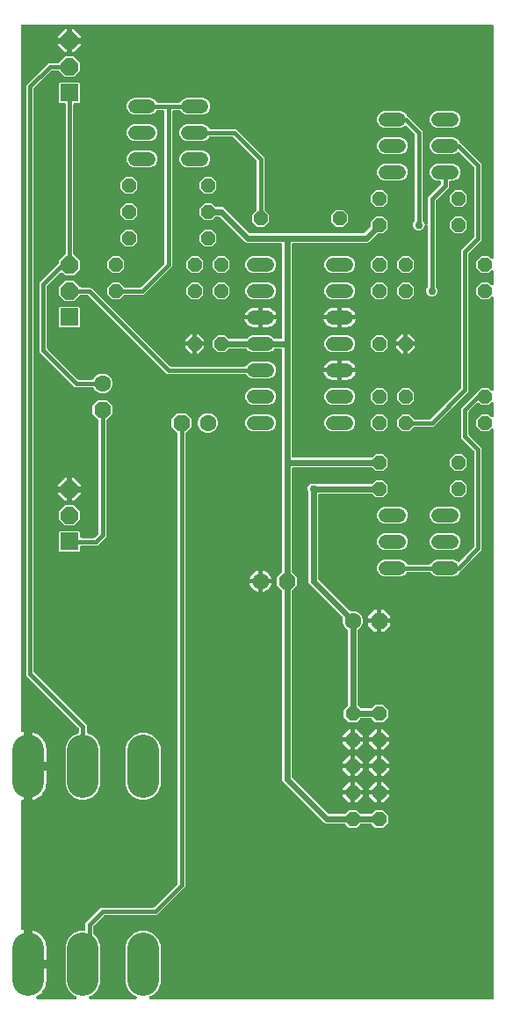
<source format=gbl>
G04 EAGLE Gerber RS-274X export*
G75*
%MOMM*%
%FSLAX34Y34*%
%LPD*%
%INBottom Copper*%
%IPPOS*%
%AMOC8*
5,1,8,0,0,1.08239X$1,22.5*%
G01*
%ADD10P,1.429621X8X292.500000*%
%ADD11P,1.429621X8X112.500000*%
%ADD12P,1.732040X8X292.500000*%
%ADD13C,1.600200*%
%ADD14P,1.732040X8X202.500000*%
%ADD15C,1.320800*%
%ADD16P,1.429621X8X202.500000*%
%ADD17P,1.429621X8X22.500000*%
%ADD18R,1.676400X1.676400*%
%ADD19P,1.814519X8X22.500000*%
%ADD20P,1.732040X8X22.500000*%
%ADD21P,1.539592X8X292.500000*%
%ADD22C,3.048000*%
%ADD23C,0.406400*%
%ADD24C,0.609600*%
%ADD25C,0.756400*%

G36*
X61973Y10161D02*
X61973Y10161D01*
X61978Y10161D01*
X62172Y10181D01*
X62370Y10201D01*
X62374Y10202D01*
X62378Y10202D01*
X62566Y10261D01*
X62754Y10319D01*
X62758Y10321D01*
X62763Y10322D01*
X62937Y10418D01*
X63109Y10511D01*
X63112Y10513D01*
X63116Y10516D01*
X63269Y10644D01*
X63418Y10768D01*
X63421Y10772D01*
X63424Y10775D01*
X63549Y10931D01*
X63670Y11082D01*
X63672Y11086D01*
X63675Y11089D01*
X63767Y11270D01*
X63856Y11439D01*
X63857Y11444D01*
X63859Y11448D01*
X63913Y11638D01*
X63967Y11826D01*
X63967Y11831D01*
X63969Y11835D01*
X63984Y12028D01*
X64000Y12228D01*
X63999Y12232D01*
X64000Y12236D01*
X63976Y12430D01*
X63953Y12627D01*
X63952Y12632D01*
X63951Y12636D01*
X63890Y12821D01*
X63828Y13010D01*
X63826Y13014D01*
X63825Y13018D01*
X63728Y13187D01*
X63630Y13361D01*
X63627Y13364D01*
X63625Y13368D01*
X63497Y13515D01*
X63367Y13665D01*
X63363Y13668D01*
X63361Y13672D01*
X63204Y13792D01*
X63049Y13912D01*
X63045Y13914D01*
X63041Y13917D01*
X62746Y14069D01*
X60504Y14998D01*
X55788Y19714D01*
X53235Y25875D01*
X53235Y63025D01*
X55788Y69186D01*
X60504Y73902D01*
X66665Y76455D01*
X70612Y76455D01*
X70630Y76457D01*
X70648Y76455D01*
X70830Y76476D01*
X71013Y76495D01*
X71030Y76500D01*
X71047Y76502D01*
X71222Y76559D01*
X71398Y76613D01*
X71413Y76621D01*
X71430Y76627D01*
X71590Y76717D01*
X71752Y76805D01*
X71765Y76816D01*
X71781Y76825D01*
X71920Y76945D01*
X72061Y77062D01*
X72072Y77076D01*
X72086Y77088D01*
X72198Y77233D01*
X72313Y77376D01*
X72321Y77392D01*
X72332Y77406D01*
X72414Y77571D01*
X72499Y77733D01*
X72504Y77750D01*
X72512Y77766D01*
X72559Y77944D01*
X72610Y78120D01*
X72612Y78138D01*
X72616Y78155D01*
X72643Y78486D01*
X72643Y84023D01*
X87427Y98807D01*
X137385Y98807D01*
X137412Y98809D01*
X137439Y98807D01*
X137613Y98829D01*
X137786Y98847D01*
X137811Y98854D01*
X137838Y98858D01*
X138004Y98913D01*
X138171Y98965D01*
X138194Y98978D01*
X138220Y98986D01*
X138371Y99073D01*
X138525Y99157D01*
X138545Y99174D01*
X138569Y99187D01*
X138822Y99402D01*
X160948Y121528D01*
X160965Y121549D01*
X160986Y121567D01*
X161093Y121704D01*
X161203Y121840D01*
X161216Y121863D01*
X161232Y121885D01*
X161310Y122042D01*
X161392Y122196D01*
X161400Y122221D01*
X161412Y122245D01*
X161457Y122415D01*
X161507Y122581D01*
X161509Y122608D01*
X161516Y122634D01*
X161543Y122965D01*
X161543Y554394D01*
X161541Y554421D01*
X161543Y554447D01*
X161521Y554621D01*
X161503Y554795D01*
X161496Y554820D01*
X161492Y554847D01*
X161436Y555013D01*
X161385Y555180D01*
X161372Y555203D01*
X161364Y555228D01*
X161277Y555380D01*
X161193Y555534D01*
X161176Y555554D01*
X161163Y555577D01*
X160948Y555830D01*
X155574Y561204D01*
X155574Y569096D01*
X161154Y574676D01*
X169046Y574676D01*
X174626Y569096D01*
X174626Y561204D01*
X169252Y555830D01*
X169235Y555810D01*
X169214Y555792D01*
X169107Y555654D01*
X168997Y555519D01*
X168984Y555495D01*
X168968Y555474D01*
X168890Y555317D01*
X168808Y555163D01*
X168800Y555138D01*
X168788Y555113D01*
X168743Y554944D01*
X168693Y554777D01*
X168691Y554751D01*
X168684Y554725D01*
X168657Y554394D01*
X168657Y119177D01*
X141173Y91693D01*
X91215Y91693D01*
X91188Y91691D01*
X91161Y91693D01*
X90987Y91671D01*
X90814Y91653D01*
X90789Y91646D01*
X90762Y91642D01*
X90596Y91587D01*
X90429Y91535D01*
X90406Y91522D01*
X90380Y91514D01*
X90229Y91427D01*
X90075Y91343D01*
X90055Y91326D01*
X90031Y91313D01*
X89778Y91098D01*
X80352Y81672D01*
X80335Y81651D01*
X80314Y81633D01*
X80207Y81496D01*
X80097Y81360D01*
X80084Y81337D01*
X80068Y81315D01*
X79990Y81158D01*
X79908Y81004D01*
X79900Y80979D01*
X79888Y80955D01*
X79843Y80785D01*
X79793Y80619D01*
X79791Y80592D01*
X79784Y80566D01*
X79757Y80235D01*
X79757Y74484D01*
X79759Y74457D01*
X79757Y74430D01*
X79779Y74256D01*
X79797Y74083D01*
X79804Y74057D01*
X79808Y74031D01*
X79864Y73865D01*
X79915Y73698D01*
X79928Y73674D01*
X79936Y73649D01*
X80023Y73497D01*
X80107Y73344D01*
X80124Y73323D01*
X80137Y73300D01*
X80352Y73047D01*
X84212Y69186D01*
X86765Y63025D01*
X86765Y25875D01*
X84212Y19714D01*
X79496Y14998D01*
X77254Y14069D01*
X77250Y14067D01*
X77246Y14065D01*
X77073Y13972D01*
X76899Y13878D01*
X76895Y13876D01*
X76891Y13873D01*
X76743Y13749D01*
X76588Y13622D01*
X76586Y13619D01*
X76582Y13616D01*
X76459Y13463D01*
X76335Y13309D01*
X76333Y13305D01*
X76330Y13302D01*
X76240Y13128D01*
X76148Y12953D01*
X76146Y12949D01*
X76144Y12945D01*
X76090Y12757D01*
X76035Y12566D01*
X76034Y12562D01*
X76033Y12558D01*
X76017Y12360D01*
X76000Y12165D01*
X76000Y12161D01*
X76000Y12156D01*
X76023Y11962D01*
X76045Y11765D01*
X76047Y11761D01*
X76047Y11757D01*
X76108Y11571D01*
X76168Y11382D01*
X76170Y11378D01*
X76172Y11374D01*
X76269Y11202D01*
X76365Y11030D01*
X76368Y11027D01*
X76370Y11023D01*
X76498Y10875D01*
X76626Y10725D01*
X76630Y10722D01*
X76633Y10718D01*
X76788Y10598D01*
X76943Y10476D01*
X76947Y10474D01*
X76951Y10472D01*
X77129Y10383D01*
X77303Y10296D01*
X77307Y10294D01*
X77312Y10292D01*
X77503Y10241D01*
X77692Y10189D01*
X77696Y10189D01*
X77700Y10188D01*
X78031Y10161D01*
X119969Y10161D01*
X119973Y10161D01*
X119978Y10161D01*
X120172Y10181D01*
X120370Y10201D01*
X120374Y10202D01*
X120378Y10202D01*
X120566Y10261D01*
X120754Y10319D01*
X120758Y10321D01*
X120763Y10322D01*
X120937Y10418D01*
X121109Y10511D01*
X121112Y10513D01*
X121116Y10516D01*
X121269Y10644D01*
X121418Y10768D01*
X121421Y10772D01*
X121424Y10775D01*
X121549Y10931D01*
X121670Y11082D01*
X121672Y11086D01*
X121675Y11089D01*
X121767Y11270D01*
X121856Y11439D01*
X121857Y11444D01*
X121859Y11448D01*
X121913Y11638D01*
X121967Y11826D01*
X121967Y11831D01*
X121969Y11835D01*
X121984Y12028D01*
X122000Y12228D01*
X121999Y12232D01*
X122000Y12236D01*
X121976Y12430D01*
X121953Y12627D01*
X121952Y12632D01*
X121951Y12636D01*
X121890Y12821D01*
X121828Y13010D01*
X121826Y13014D01*
X121825Y13018D01*
X121728Y13187D01*
X121630Y13361D01*
X121627Y13364D01*
X121625Y13368D01*
X121497Y13515D01*
X121367Y13665D01*
X121363Y13668D01*
X121361Y13672D01*
X121204Y13792D01*
X121049Y13912D01*
X121045Y13914D01*
X121041Y13917D01*
X120746Y14069D01*
X118504Y14998D01*
X113788Y19714D01*
X111235Y25875D01*
X111235Y63025D01*
X113788Y69186D01*
X118504Y73902D01*
X124665Y76455D01*
X131335Y76455D01*
X137496Y73902D01*
X142212Y69186D01*
X144765Y63025D01*
X144765Y25875D01*
X142212Y19714D01*
X137496Y14998D01*
X135254Y14069D01*
X135250Y14067D01*
X135246Y14065D01*
X135073Y13972D01*
X134899Y13878D01*
X134895Y13876D01*
X134891Y13873D01*
X134743Y13749D01*
X134588Y13622D01*
X134586Y13619D01*
X134582Y13616D01*
X134459Y13463D01*
X134335Y13309D01*
X134333Y13305D01*
X134330Y13302D01*
X134240Y13128D01*
X134148Y12953D01*
X134146Y12949D01*
X134144Y12945D01*
X134090Y12757D01*
X134035Y12566D01*
X134034Y12562D01*
X134033Y12558D01*
X134017Y12360D01*
X134000Y12165D01*
X134000Y12161D01*
X134000Y12156D01*
X134023Y11962D01*
X134045Y11765D01*
X134047Y11761D01*
X134047Y11757D01*
X134108Y11571D01*
X134168Y11382D01*
X134170Y11378D01*
X134172Y11374D01*
X134269Y11202D01*
X134365Y11030D01*
X134368Y11027D01*
X134370Y11023D01*
X134498Y10875D01*
X134626Y10725D01*
X134630Y10722D01*
X134633Y10718D01*
X134788Y10598D01*
X134943Y10476D01*
X134947Y10474D01*
X134951Y10472D01*
X135129Y10383D01*
X135303Y10296D01*
X135307Y10294D01*
X135312Y10292D01*
X135503Y10241D01*
X135692Y10189D01*
X135696Y10189D01*
X135700Y10188D01*
X136031Y10161D01*
X464058Y10161D01*
X464076Y10163D01*
X464094Y10161D01*
X464276Y10182D01*
X464459Y10201D01*
X464476Y10206D01*
X464493Y10208D01*
X464668Y10265D01*
X464844Y10319D01*
X464859Y10327D01*
X464876Y10333D01*
X465036Y10423D01*
X465198Y10511D01*
X465211Y10522D01*
X465227Y10531D01*
X465366Y10651D01*
X465507Y10768D01*
X465518Y10782D01*
X465532Y10794D01*
X465644Y10939D01*
X465759Y11082D01*
X465767Y11098D01*
X465778Y11112D01*
X465860Y11277D01*
X465945Y11439D01*
X465950Y11456D01*
X465958Y11472D01*
X466005Y11651D01*
X466056Y11826D01*
X466058Y11844D01*
X466062Y11861D01*
X466089Y12192D01*
X466089Y557640D01*
X466088Y557648D01*
X466089Y557657D01*
X466068Y557849D01*
X466049Y558040D01*
X466047Y558049D01*
X466046Y558058D01*
X465988Y558240D01*
X465931Y558425D01*
X465927Y558433D01*
X465924Y558442D01*
X465831Y558610D01*
X465739Y558779D01*
X465734Y558786D01*
X465729Y558794D01*
X465605Y558941D01*
X465482Y559088D01*
X465475Y559094D01*
X465469Y559101D01*
X465318Y559220D01*
X465168Y559341D01*
X465160Y559345D01*
X465153Y559350D01*
X464980Y559438D01*
X464811Y559526D01*
X464802Y559529D01*
X464794Y559533D01*
X464608Y559585D01*
X464424Y559638D01*
X464415Y559638D01*
X464406Y559641D01*
X464213Y559655D01*
X464022Y559671D01*
X464014Y559670D01*
X464005Y559670D01*
X463812Y559646D01*
X463623Y559624D01*
X463614Y559621D01*
X463605Y559620D01*
X463422Y559558D01*
X463240Y559499D01*
X463232Y559494D01*
X463224Y559492D01*
X463058Y559396D01*
X462889Y559301D01*
X462882Y559295D01*
X462875Y559291D01*
X462622Y559076D01*
X460567Y557021D01*
X453833Y557021D01*
X449071Y561783D01*
X449071Y568517D01*
X453833Y573279D01*
X460567Y573279D01*
X462622Y571224D01*
X462629Y571218D01*
X462634Y571212D01*
X462784Y571091D01*
X462933Y570969D01*
X462941Y570965D01*
X462948Y570959D01*
X463118Y570871D01*
X463289Y570780D01*
X463298Y570778D01*
X463305Y570774D01*
X463490Y570721D01*
X463675Y570666D01*
X463684Y570665D01*
X463692Y570662D01*
X463883Y570647D01*
X464076Y570629D01*
X464085Y570630D01*
X464094Y570629D01*
X464283Y570652D01*
X464476Y570673D01*
X464485Y570675D01*
X464493Y570676D01*
X464675Y570736D01*
X464860Y570794D01*
X464868Y570798D01*
X464876Y570801D01*
X465045Y570896D01*
X465212Y570989D01*
X465219Y570995D01*
X465227Y570999D01*
X465373Y571125D01*
X465519Y571249D01*
X465525Y571256D01*
X465532Y571262D01*
X465649Y571414D01*
X465769Y571565D01*
X465773Y571573D01*
X465778Y571580D01*
X465864Y571752D01*
X465951Y571924D01*
X465954Y571933D01*
X465958Y571941D01*
X466008Y572127D01*
X466059Y572312D01*
X466060Y572321D01*
X466062Y572330D01*
X466089Y572660D01*
X466089Y583040D01*
X466088Y583048D01*
X466089Y583057D01*
X466068Y583249D01*
X466049Y583440D01*
X466047Y583449D01*
X466046Y583458D01*
X465988Y583640D01*
X465931Y583825D01*
X465927Y583833D01*
X465924Y583842D01*
X465831Y584010D01*
X465739Y584179D01*
X465734Y584186D01*
X465729Y584194D01*
X465605Y584341D01*
X465482Y584488D01*
X465475Y584494D01*
X465469Y584501D01*
X465318Y584620D01*
X465168Y584741D01*
X465160Y584745D01*
X465153Y584750D01*
X464980Y584838D01*
X464811Y584926D01*
X464802Y584929D01*
X464794Y584933D01*
X464608Y584985D01*
X464424Y585038D01*
X464415Y585038D01*
X464406Y585041D01*
X464213Y585055D01*
X464022Y585071D01*
X464014Y585070D01*
X464005Y585070D01*
X463812Y585046D01*
X463623Y585024D01*
X463614Y585021D01*
X463605Y585020D01*
X463422Y584958D01*
X463240Y584899D01*
X463232Y584894D01*
X463224Y584892D01*
X463058Y584796D01*
X462889Y584701D01*
X462882Y584695D01*
X462875Y584691D01*
X462622Y584476D01*
X460567Y582421D01*
X453833Y582421D01*
X452228Y584026D01*
X452215Y584037D01*
X452203Y584051D01*
X452059Y584164D01*
X451917Y584281D01*
X451901Y584289D01*
X451887Y584300D01*
X451723Y584384D01*
X451561Y584470D01*
X451544Y584475D01*
X451528Y584483D01*
X451351Y584532D01*
X451175Y584584D01*
X451158Y584586D01*
X451140Y584591D01*
X450957Y584604D01*
X450774Y584621D01*
X450757Y584619D01*
X450739Y584620D01*
X450557Y584597D01*
X450374Y584577D01*
X450357Y584572D01*
X450339Y584570D01*
X450166Y584511D01*
X449990Y584456D01*
X449975Y584447D01*
X449958Y584441D01*
X449798Y584350D01*
X449638Y584261D01*
X449624Y584249D01*
X449609Y584241D01*
X449356Y584026D01*
X442302Y576972D01*
X442285Y576951D01*
X442264Y576933D01*
X442157Y576796D01*
X442047Y576660D01*
X442034Y576637D01*
X442018Y576615D01*
X441940Y576458D01*
X441858Y576304D01*
X441850Y576279D01*
X441838Y576255D01*
X441793Y576085D01*
X441743Y575919D01*
X441741Y575892D01*
X441734Y575866D01*
X441707Y575535D01*
X441707Y554765D01*
X441709Y554738D01*
X441707Y554711D01*
X441729Y554537D01*
X441747Y554364D01*
X441754Y554339D01*
X441758Y554312D01*
X441813Y554146D01*
X441865Y553979D01*
X441878Y553956D01*
X441886Y553930D01*
X441973Y553779D01*
X442057Y553625D01*
X442074Y553605D01*
X442087Y553581D01*
X442302Y553328D01*
X454407Y541223D01*
X454407Y443027D01*
X451729Y440349D01*
X451728Y440348D01*
X435952Y424572D01*
X433142Y421762D01*
X433123Y421738D01*
X433099Y421718D01*
X432995Y421583D01*
X432887Y421451D01*
X432873Y421423D01*
X432854Y421399D01*
X432702Y421103D01*
X432595Y420845D01*
X430309Y418559D01*
X429645Y418284D01*
X427321Y417321D01*
X410879Y417321D01*
X407891Y418559D01*
X405551Y420899D01*
X405500Y420994D01*
X405486Y421011D01*
X405475Y421031D01*
X405358Y421166D01*
X405244Y421305D01*
X405226Y421319D01*
X405212Y421336D01*
X405071Y421445D01*
X404931Y421558D01*
X404911Y421569D01*
X404894Y421582D01*
X404733Y421662D01*
X404574Y421745D01*
X404553Y421752D01*
X404533Y421762D01*
X404359Y421808D01*
X404188Y421858D01*
X404166Y421860D01*
X404144Y421866D01*
X403814Y421893D01*
X383586Y421893D01*
X383564Y421891D01*
X383542Y421893D01*
X383365Y421871D01*
X383186Y421853D01*
X383165Y421847D01*
X383142Y421844D01*
X382973Y421788D01*
X382801Y421735D01*
X382781Y421725D01*
X382760Y421718D01*
X382605Y421629D01*
X382447Y421543D01*
X382430Y421529D01*
X382410Y421518D01*
X382275Y421400D01*
X382138Y421286D01*
X382124Y421268D01*
X382107Y421254D01*
X381998Y421112D01*
X381885Y420972D01*
X381875Y420952D01*
X381861Y420934D01*
X381837Y420888D01*
X379509Y418559D01*
X378845Y418284D01*
X376521Y417321D01*
X360079Y417321D01*
X357091Y418559D01*
X354805Y420845D01*
X353567Y423833D01*
X353567Y427067D01*
X354805Y430055D01*
X357091Y432341D01*
X360079Y433579D01*
X376521Y433579D01*
X379509Y432341D01*
X381849Y430001D01*
X381900Y429906D01*
X381914Y429889D01*
X381925Y429869D01*
X382042Y429734D01*
X382156Y429595D01*
X382174Y429581D01*
X382188Y429564D01*
X382330Y429455D01*
X382469Y429342D01*
X382489Y429331D01*
X382506Y429318D01*
X382667Y429238D01*
X382826Y429155D01*
X382847Y429148D01*
X382867Y429138D01*
X383041Y429092D01*
X383212Y429042D01*
X383234Y429040D01*
X383256Y429034D01*
X383586Y429007D01*
X403814Y429007D01*
X403836Y429009D01*
X403858Y429007D01*
X404035Y429029D01*
X404214Y429047D01*
X404235Y429053D01*
X404258Y429056D01*
X404427Y429112D01*
X404599Y429165D01*
X404619Y429175D01*
X404640Y429182D01*
X404795Y429271D01*
X404953Y429357D01*
X404970Y429371D01*
X404990Y429382D01*
X405125Y429500D01*
X405262Y429614D01*
X405276Y429632D01*
X405293Y429646D01*
X405402Y429788D01*
X405515Y429928D01*
X405525Y429948D01*
X405539Y429966D01*
X405563Y430012D01*
X407891Y432341D01*
X410879Y433579D01*
X427321Y433579D01*
X430309Y432341D01*
X430549Y432101D01*
X430562Y432090D01*
X430574Y432076D01*
X430718Y431962D01*
X430860Y431846D01*
X430876Y431838D01*
X430890Y431827D01*
X431054Y431743D01*
X431216Y431657D01*
X431233Y431652D01*
X431249Y431644D01*
X431425Y431595D01*
X431602Y431543D01*
X431619Y431541D01*
X431637Y431536D01*
X431820Y431523D01*
X432003Y431506D01*
X432020Y431508D01*
X432038Y431507D01*
X432221Y431530D01*
X432403Y431550D01*
X432420Y431555D01*
X432438Y431557D01*
X432612Y431616D01*
X432787Y431671D01*
X432802Y431680D01*
X432819Y431686D01*
X432979Y431777D01*
X433139Y431866D01*
X433153Y431878D01*
X433168Y431886D01*
X433421Y432101D01*
X446698Y445378D01*
X446715Y445399D01*
X446736Y445416D01*
X446843Y445554D01*
X446953Y445690D01*
X446966Y445713D01*
X446982Y445735D01*
X447060Y445892D01*
X447142Y446046D01*
X447150Y446071D01*
X447162Y446095D01*
X447207Y446265D01*
X447257Y446431D01*
X447259Y446458D01*
X447266Y446484D01*
X447293Y446815D01*
X447293Y537435D01*
X447291Y537462D01*
X447293Y537489D01*
X447271Y537663D01*
X447253Y537836D01*
X447246Y537861D01*
X447242Y537888D01*
X447187Y538054D01*
X447135Y538221D01*
X447122Y538244D01*
X447114Y538270D01*
X447027Y538421D01*
X446943Y538575D01*
X446926Y538595D01*
X446913Y538619D01*
X446698Y538872D01*
X434593Y550977D01*
X434593Y579323D01*
X448476Y593206D01*
X448493Y593227D01*
X448514Y593245D01*
X448621Y593382D01*
X448731Y593518D01*
X448744Y593541D01*
X448760Y593563D01*
X448803Y593649D01*
X453833Y598679D01*
X460567Y598679D01*
X462622Y596624D01*
X462629Y596618D01*
X462634Y596612D01*
X462784Y596491D01*
X462933Y596369D01*
X462941Y596365D01*
X462948Y596359D01*
X463118Y596271D01*
X463289Y596180D01*
X463298Y596178D01*
X463305Y596174D01*
X463490Y596121D01*
X463675Y596066D01*
X463684Y596065D01*
X463692Y596062D01*
X463883Y596047D01*
X464076Y596029D01*
X464085Y596030D01*
X464094Y596029D01*
X464283Y596052D01*
X464476Y596073D01*
X464485Y596075D01*
X464493Y596076D01*
X464675Y596136D01*
X464860Y596194D01*
X464868Y596198D01*
X464876Y596201D01*
X465045Y596296D01*
X465212Y596389D01*
X465219Y596395D01*
X465227Y596399D01*
X465373Y596525D01*
X465519Y596649D01*
X465525Y596656D01*
X465532Y596662D01*
X465649Y596814D01*
X465769Y596965D01*
X465773Y596973D01*
X465778Y596980D01*
X465864Y597152D01*
X465951Y597324D01*
X465954Y597333D01*
X465958Y597341D01*
X466008Y597527D01*
X466059Y597712D01*
X466060Y597721D01*
X466062Y597730D01*
X466089Y598060D01*
X466089Y684640D01*
X466088Y684648D01*
X466089Y684657D01*
X466068Y684849D01*
X466049Y685040D01*
X466047Y685049D01*
X466046Y685058D01*
X465988Y685240D01*
X465931Y685425D01*
X465927Y685433D01*
X465924Y685442D01*
X465831Y685610D01*
X465739Y685779D01*
X465734Y685786D01*
X465729Y685794D01*
X465605Y685941D01*
X465482Y686088D01*
X465475Y686094D01*
X465469Y686101D01*
X465318Y686220D01*
X465168Y686341D01*
X465160Y686345D01*
X465153Y686350D01*
X464980Y686438D01*
X464811Y686526D01*
X464802Y686529D01*
X464794Y686533D01*
X464608Y686585D01*
X464424Y686638D01*
X464415Y686638D01*
X464406Y686641D01*
X464213Y686655D01*
X464022Y686671D01*
X464014Y686670D01*
X464005Y686670D01*
X463812Y686646D01*
X463623Y686624D01*
X463614Y686621D01*
X463605Y686620D01*
X463422Y686558D01*
X463240Y686499D01*
X463232Y686494D01*
X463224Y686492D01*
X463058Y686396D01*
X462889Y686301D01*
X462882Y686295D01*
X462875Y686291D01*
X462622Y686076D01*
X460567Y684021D01*
X453833Y684021D01*
X449071Y688783D01*
X449071Y695517D01*
X453833Y700279D01*
X460567Y700279D01*
X462622Y698224D01*
X462629Y698218D01*
X462634Y698212D01*
X462784Y698091D01*
X462933Y697969D01*
X462941Y697965D01*
X462948Y697959D01*
X463118Y697871D01*
X463289Y697780D01*
X463298Y697778D01*
X463305Y697774D01*
X463490Y697721D01*
X463675Y697666D01*
X463684Y697665D01*
X463692Y697662D01*
X463883Y697647D01*
X464076Y697629D01*
X464085Y697630D01*
X464094Y697629D01*
X464283Y697652D01*
X464476Y697673D01*
X464485Y697675D01*
X464493Y697676D01*
X464675Y697736D01*
X464860Y697794D01*
X464868Y697798D01*
X464876Y697801D01*
X465045Y697896D01*
X465212Y697989D01*
X465219Y697995D01*
X465227Y697999D01*
X465373Y698125D01*
X465519Y698249D01*
X465525Y698256D01*
X465532Y698262D01*
X465649Y698414D01*
X465769Y698565D01*
X465773Y698573D01*
X465778Y698580D01*
X465864Y698752D01*
X465951Y698924D01*
X465954Y698933D01*
X465958Y698941D01*
X466007Y699126D01*
X466059Y699312D01*
X466060Y699321D01*
X466062Y699330D01*
X466089Y699660D01*
X466089Y710040D01*
X466088Y710048D01*
X466089Y710057D01*
X466068Y710249D01*
X466049Y710440D01*
X466047Y710449D01*
X466046Y710458D01*
X465988Y710640D01*
X465931Y710825D01*
X465927Y710833D01*
X465924Y710842D01*
X465831Y711010D01*
X465739Y711179D01*
X465734Y711186D01*
X465729Y711194D01*
X465605Y711341D01*
X465482Y711488D01*
X465475Y711494D01*
X465469Y711501D01*
X465318Y711620D01*
X465168Y711741D01*
X465160Y711745D01*
X465153Y711750D01*
X464980Y711838D01*
X464811Y711926D01*
X464802Y711929D01*
X464794Y711933D01*
X464608Y711985D01*
X464424Y712038D01*
X464415Y712038D01*
X464406Y712041D01*
X464213Y712055D01*
X464022Y712071D01*
X464014Y712070D01*
X464005Y712070D01*
X463812Y712046D01*
X463623Y712024D01*
X463614Y712021D01*
X463605Y712020D01*
X463422Y711958D01*
X463240Y711899D01*
X463232Y711894D01*
X463224Y711892D01*
X463058Y711796D01*
X462889Y711701D01*
X462882Y711695D01*
X462875Y711691D01*
X462622Y711476D01*
X460567Y709421D01*
X453833Y709421D01*
X449071Y714183D01*
X449071Y720917D01*
X453833Y725679D01*
X460567Y725679D01*
X462622Y723624D01*
X462629Y723618D01*
X462634Y723612D01*
X462784Y723491D01*
X462933Y723369D01*
X462941Y723365D01*
X462948Y723359D01*
X463118Y723271D01*
X463289Y723180D01*
X463298Y723178D01*
X463305Y723174D01*
X463490Y723121D01*
X463675Y723066D01*
X463684Y723065D01*
X463692Y723062D01*
X463883Y723047D01*
X464076Y723029D01*
X464085Y723030D01*
X464094Y723029D01*
X464283Y723052D01*
X464476Y723073D01*
X464485Y723075D01*
X464493Y723076D01*
X464675Y723136D01*
X464860Y723194D01*
X464868Y723198D01*
X464876Y723201D01*
X465045Y723296D01*
X465212Y723389D01*
X465219Y723395D01*
X465227Y723399D01*
X465373Y723525D01*
X465519Y723649D01*
X465525Y723656D01*
X465532Y723662D01*
X465649Y723814D01*
X465769Y723965D01*
X465773Y723973D01*
X465778Y723980D01*
X465864Y724152D01*
X465951Y724324D01*
X465954Y724333D01*
X465958Y724341D01*
X466008Y724527D01*
X466059Y724712D01*
X466060Y724721D01*
X466062Y724730D01*
X466089Y725060D01*
X466089Y946655D01*
X466087Y946673D01*
X466089Y946691D01*
X466068Y946874D01*
X466049Y947056D01*
X466044Y947073D01*
X466042Y947091D01*
X465985Y947266D01*
X465931Y947441D01*
X465923Y947457D01*
X465917Y947474D01*
X465827Y947634D01*
X465739Y947795D01*
X465728Y947809D01*
X465719Y947825D01*
X465599Y947964D01*
X465482Y948104D01*
X465468Y948116D01*
X465456Y948129D01*
X465311Y948242D01*
X465168Y948357D01*
X465152Y948365D01*
X465138Y948376D01*
X464973Y948458D01*
X464811Y948542D01*
X464793Y948547D01*
X464777Y948555D01*
X464599Y948603D01*
X464424Y948654D01*
X464406Y948655D01*
X464388Y948660D01*
X464058Y948687D01*
X12192Y948592D01*
X12174Y948590D01*
X12156Y948592D01*
X11974Y948570D01*
X11791Y948552D01*
X11774Y948547D01*
X11757Y948545D01*
X11581Y948487D01*
X11406Y948434D01*
X11391Y948425D01*
X11374Y948420D01*
X11213Y948329D01*
X11052Y948242D01*
X11039Y948231D01*
X11023Y948222D01*
X10884Y948102D01*
X10743Y947984D01*
X10732Y947970D01*
X10718Y947959D01*
X10606Y947814D01*
X10491Y947670D01*
X10482Y947655D01*
X10472Y947641D01*
X10390Y947476D01*
X10305Y947313D01*
X10300Y947296D01*
X10292Y947280D01*
X10245Y947102D01*
X10194Y946926D01*
X10192Y946908D01*
X10188Y946891D01*
X10161Y946561D01*
X10161Y269413D01*
X10169Y269331D01*
X10167Y269249D01*
X10189Y269131D01*
X10201Y269012D01*
X10225Y268933D01*
X10239Y268853D01*
X10284Y268741D01*
X10319Y268627D01*
X10358Y268555D01*
X10388Y268478D01*
X10454Y268378D01*
X10511Y268273D01*
X10563Y268210D01*
X10608Y268141D01*
X10692Y268055D01*
X10768Y267964D01*
X10832Y267912D01*
X10890Y267854D01*
X10989Y267786D01*
X11082Y267711D01*
X11155Y267674D01*
X11223Y267627D01*
X11333Y267581D01*
X11439Y267526D01*
X11518Y267503D01*
X11594Y267471D01*
X11711Y267448D01*
X11826Y267414D01*
X11908Y267408D01*
X11989Y267391D01*
X12108Y267391D01*
X12228Y267382D01*
X12309Y267391D01*
X12391Y267391D01*
X12541Y267418D01*
X12627Y267429D01*
X12666Y267441D01*
X12718Y267451D01*
X12937Y267509D01*
X12937Y236982D01*
X12939Y236964D01*
X12937Y236947D01*
X12958Y236764D01*
X12977Y236582D01*
X12982Y236564D01*
X12984Y236547D01*
X13041Y236372D01*
X13095Y236197D01*
X13103Y236181D01*
X13109Y236164D01*
X13199Y236004D01*
X13287Y235843D01*
X13298Y235829D01*
X13307Y235813D01*
X13427Y235674D01*
X13544Y235533D01*
X13558Y235522D01*
X13570Y235509D01*
X13715Y235396D01*
X13858Y235281D01*
X13874Y235273D01*
X13888Y235262D01*
X14053Y235180D01*
X14215Y235095D01*
X14232Y235091D01*
X14249Y235083D01*
X14427Y235035D01*
X14602Y234984D01*
X14620Y234983D01*
X14637Y234978D01*
X14968Y234951D01*
X17001Y234951D01*
X17001Y234949D01*
X14968Y234949D01*
X14950Y234947D01*
X14932Y234949D01*
X14750Y234927D01*
X14567Y234909D01*
X14550Y234904D01*
X14533Y234902D01*
X14358Y234845D01*
X14182Y234791D01*
X14167Y234783D01*
X14150Y234777D01*
X13990Y234687D01*
X13828Y234599D01*
X13815Y234588D01*
X13799Y234579D01*
X13660Y234459D01*
X13519Y234342D01*
X13508Y234328D01*
X13495Y234316D01*
X13382Y234171D01*
X13267Y234028D01*
X13259Y234012D01*
X13248Y233998D01*
X13166Y233833D01*
X13081Y233670D01*
X13076Y233653D01*
X13068Y233637D01*
X13021Y233459D01*
X12970Y233284D01*
X12968Y233266D01*
X12964Y233249D01*
X12937Y232918D01*
X12937Y202391D01*
X12718Y202449D01*
X12637Y202463D01*
X12558Y202486D01*
X12438Y202495D01*
X12320Y202515D01*
X12238Y202512D01*
X12156Y202518D01*
X12038Y202504D01*
X11918Y202500D01*
X11838Y202481D01*
X11757Y202471D01*
X11643Y202434D01*
X11526Y202407D01*
X11452Y202372D01*
X11374Y202347D01*
X11270Y202288D01*
X11161Y202238D01*
X11095Y202189D01*
X11023Y202149D01*
X10933Y202071D01*
X10836Y202000D01*
X10781Y201939D01*
X10718Y201886D01*
X10645Y201791D01*
X10564Y201703D01*
X10522Y201632D01*
X10472Y201567D01*
X10418Y201460D01*
X10357Y201358D01*
X10329Y201280D01*
X10292Y201207D01*
X10261Y201091D01*
X10221Y200979D01*
X10209Y200898D01*
X10188Y200818D01*
X10175Y200666D01*
X10163Y200580D01*
X10165Y200540D01*
X10161Y200487D01*
X10161Y78913D01*
X10169Y78831D01*
X10167Y78749D01*
X10189Y78631D01*
X10201Y78512D01*
X10225Y78433D01*
X10239Y78353D01*
X10284Y78241D01*
X10319Y78127D01*
X10358Y78055D01*
X10388Y77978D01*
X10454Y77878D01*
X10511Y77773D01*
X10563Y77710D01*
X10608Y77641D01*
X10692Y77555D01*
X10768Y77464D01*
X10832Y77412D01*
X10890Y77354D01*
X10989Y77286D01*
X11082Y77211D01*
X11155Y77174D01*
X11223Y77127D01*
X11333Y77081D01*
X11439Y77026D01*
X11518Y77003D01*
X11594Y76971D01*
X11711Y76948D01*
X11826Y76914D01*
X11908Y76908D01*
X11989Y76891D01*
X12108Y76891D01*
X12228Y76882D01*
X12309Y76891D01*
X12391Y76891D01*
X12541Y76918D01*
X12627Y76929D01*
X12666Y76941D01*
X12718Y76951D01*
X12937Y77009D01*
X12937Y46482D01*
X12939Y46464D01*
X12937Y46447D01*
X12958Y46264D01*
X12977Y46082D01*
X12982Y46064D01*
X12984Y46047D01*
X13041Y45872D01*
X13095Y45697D01*
X13103Y45681D01*
X13109Y45664D01*
X13199Y45504D01*
X13287Y45343D01*
X13298Y45329D01*
X13307Y45313D01*
X13427Y45174D01*
X13544Y45033D01*
X13558Y45022D01*
X13570Y45009D01*
X13715Y44896D01*
X13858Y44781D01*
X13874Y44773D01*
X13888Y44762D01*
X14053Y44680D01*
X14215Y44595D01*
X14232Y44591D01*
X14249Y44583D01*
X14427Y44535D01*
X14602Y44484D01*
X14620Y44483D01*
X14637Y44478D01*
X14968Y44451D01*
X17001Y44451D01*
X17001Y42418D01*
X17003Y42400D01*
X17001Y42382D01*
X17023Y42200D01*
X17041Y42017D01*
X17046Y42000D01*
X17048Y41983D01*
X17105Y41808D01*
X17159Y41632D01*
X17167Y41617D01*
X17173Y41600D01*
X17263Y41440D01*
X17351Y41278D01*
X17362Y41265D01*
X17371Y41249D01*
X17491Y41110D01*
X17608Y40969D01*
X17622Y40958D01*
X17634Y40945D01*
X17779Y40832D01*
X17922Y40717D01*
X17938Y40709D01*
X17952Y40698D01*
X18117Y40616D01*
X18280Y40531D01*
X18297Y40526D01*
X18313Y40518D01*
X18491Y40471D01*
X18666Y40420D01*
X18684Y40418D01*
X18701Y40414D01*
X19032Y40387D01*
X34781Y40387D01*
X34781Y28045D01*
X34476Y25734D01*
X33873Y23482D01*
X32981Y21329D01*
X31816Y19310D01*
X30397Y17461D01*
X28749Y15813D01*
X26900Y14394D01*
X26132Y13951D01*
X26073Y13908D01*
X26008Y13873D01*
X25910Y13791D01*
X25805Y13716D01*
X25755Y13663D01*
X25699Y13616D01*
X25618Y13515D01*
X25531Y13422D01*
X25493Y13359D01*
X25447Y13302D01*
X25388Y13188D01*
X25320Y13078D01*
X25295Y13010D01*
X25261Y12945D01*
X25226Y12821D01*
X25181Y12701D01*
X25170Y12628D01*
X25150Y12558D01*
X25139Y12429D01*
X25120Y12303D01*
X25123Y12230D01*
X25117Y12156D01*
X25132Y12029D01*
X25138Y11901D01*
X25155Y11829D01*
X25164Y11757D01*
X25204Y11634D01*
X25235Y11510D01*
X25266Y11444D01*
X25289Y11374D01*
X25352Y11262D01*
X25407Y11146D01*
X25451Y11087D01*
X25487Y11023D01*
X25571Y10926D01*
X25647Y10823D01*
X25702Y10774D01*
X25750Y10718D01*
X25851Y10640D01*
X25947Y10554D01*
X26010Y10517D01*
X26068Y10472D01*
X26183Y10415D01*
X26293Y10349D01*
X26363Y10325D01*
X26428Y10292D01*
X26552Y10259D01*
X26674Y10217D01*
X26746Y10207D01*
X26817Y10188D01*
X26986Y10174D01*
X27073Y10162D01*
X27106Y10164D01*
X27148Y10161D01*
X61969Y10161D01*
X61973Y10161D01*
G37*
%LPC*%
G36*
X326623Y175513D02*
X326623Y175513D01*
X323154Y178982D01*
X323133Y178999D01*
X323115Y179020D01*
X322977Y179127D01*
X322842Y179237D01*
X322818Y179250D01*
X322797Y179266D01*
X322641Y179344D01*
X322486Y179426D01*
X322461Y179434D01*
X322437Y179446D01*
X322267Y179491D01*
X322100Y179541D01*
X322074Y179543D01*
X322048Y179550D01*
X321717Y179577D01*
X303890Y179577D01*
X302210Y180273D01*
X262823Y219660D01*
X262127Y221340D01*
X262127Y403010D01*
X262125Y403037D01*
X262127Y403063D01*
X262105Y403237D01*
X262087Y403411D01*
X262080Y403436D01*
X262076Y403463D01*
X262021Y403628D01*
X261969Y403795D01*
X261956Y403819D01*
X261948Y403844D01*
X261861Y403996D01*
X261777Y404150D01*
X261760Y404170D01*
X261747Y404193D01*
X261532Y404446D01*
X257174Y408804D01*
X257174Y416696D01*
X261532Y421054D01*
X261549Y421074D01*
X261570Y421092D01*
X261677Y421230D01*
X261787Y421365D01*
X261800Y421389D01*
X261816Y421410D01*
X261894Y421567D01*
X261976Y421721D01*
X261984Y421746D01*
X261996Y421771D01*
X262041Y421940D01*
X262091Y422107D01*
X262093Y422133D01*
X262100Y422159D01*
X262127Y422490D01*
X262127Y634746D01*
X262125Y634764D01*
X262127Y634782D01*
X262106Y634964D01*
X262087Y635147D01*
X262082Y635164D01*
X262080Y635181D01*
X262023Y635356D01*
X261969Y635532D01*
X261961Y635547D01*
X261955Y635564D01*
X261865Y635724D01*
X261777Y635886D01*
X261766Y635899D01*
X261757Y635915D01*
X261637Y636054D01*
X261520Y636195D01*
X261506Y636206D01*
X261494Y636220D01*
X261349Y636332D01*
X261206Y636447D01*
X261190Y636455D01*
X261176Y636466D01*
X261011Y636548D01*
X260849Y636633D01*
X260832Y636638D01*
X260816Y636646D01*
X260637Y636693D01*
X260462Y636744D01*
X260444Y636746D01*
X260427Y636750D01*
X260096Y636777D01*
X255668Y636777D01*
X255642Y636775D01*
X255615Y636777D01*
X255441Y636755D01*
X255268Y636737D01*
X255242Y636730D01*
X255216Y636726D01*
X255050Y636671D01*
X254883Y636619D01*
X254859Y636606D01*
X254834Y636598D01*
X254682Y636511D01*
X254529Y636427D01*
X254508Y636410D01*
X254485Y636397D01*
X254232Y636182D01*
X252509Y634459D01*
X249521Y633221D01*
X233079Y633221D01*
X230091Y634459D01*
X228368Y636182D01*
X228347Y636199D01*
X228330Y636220D01*
X228192Y636327D01*
X228056Y636437D01*
X228033Y636450D01*
X228012Y636466D01*
X227855Y636544D01*
X227701Y636626D01*
X227675Y636634D01*
X227651Y636646D01*
X227482Y636691D01*
X227315Y636741D01*
X227288Y636743D01*
X227262Y636750D01*
X226932Y636777D01*
X210964Y636777D01*
X210938Y636775D01*
X210911Y636777D01*
X210737Y636755D01*
X210564Y636737D01*
X210538Y636730D01*
X210512Y636726D01*
X210346Y636671D01*
X210179Y636619D01*
X210155Y636606D01*
X210130Y636598D01*
X209978Y636511D01*
X209825Y636427D01*
X209804Y636410D01*
X209781Y636397D01*
X209528Y636182D01*
X206567Y633221D01*
X199833Y633221D01*
X195071Y637983D01*
X195071Y644717D01*
X199833Y649479D01*
X206567Y649479D01*
X209528Y646518D01*
X209540Y646508D01*
X209547Y646500D01*
X209555Y646494D01*
X209566Y646480D01*
X209704Y646373D01*
X209840Y646263D01*
X209863Y646250D01*
X209884Y646234D01*
X210041Y646156D01*
X210195Y646074D01*
X210221Y646066D01*
X210245Y646054D01*
X210414Y646009D01*
X210581Y645959D01*
X210608Y645957D01*
X210634Y645950D01*
X210964Y645923D01*
X226932Y645923D01*
X226958Y645925D01*
X226985Y645923D01*
X227159Y645945D01*
X227332Y645963D01*
X227358Y645970D01*
X227384Y645974D01*
X227550Y646029D01*
X227717Y646081D01*
X227741Y646094D01*
X227766Y646102D01*
X227918Y646189D01*
X228071Y646273D01*
X228092Y646290D01*
X228115Y646303D01*
X228368Y646518D01*
X230091Y648241D01*
X233079Y649479D01*
X249521Y649479D01*
X252509Y648241D01*
X254232Y646518D01*
X254244Y646508D01*
X254251Y646500D01*
X254259Y646494D01*
X254270Y646480D01*
X254408Y646373D01*
X254544Y646263D01*
X254567Y646250D01*
X254588Y646234D01*
X254745Y646156D01*
X254899Y646074D01*
X254925Y646066D01*
X254949Y646054D01*
X255118Y646009D01*
X255285Y645959D01*
X255312Y645957D01*
X255338Y645950D01*
X255668Y645923D01*
X260096Y645923D01*
X260114Y645925D01*
X260132Y645923D01*
X260314Y645944D01*
X260497Y645963D01*
X260514Y645968D01*
X260531Y645970D01*
X260706Y646027D01*
X260882Y646081D01*
X260897Y646089D01*
X260914Y646095D01*
X261074Y646185D01*
X261236Y646273D01*
X261249Y646284D01*
X261265Y646293D01*
X261404Y646413D01*
X261545Y646530D01*
X261556Y646544D01*
X261570Y646556D01*
X261682Y646701D01*
X261797Y646844D01*
X261805Y646860D01*
X261816Y646874D01*
X261898Y647039D01*
X261983Y647201D01*
X261988Y647218D01*
X261996Y647234D01*
X262043Y647413D01*
X262094Y647588D01*
X262096Y647606D01*
X262100Y647623D01*
X262127Y647954D01*
X262127Y736346D01*
X262125Y736364D01*
X262127Y736382D01*
X262106Y736564D01*
X262087Y736747D01*
X262082Y736764D01*
X262080Y736781D01*
X262023Y736956D01*
X261969Y737132D01*
X261961Y737147D01*
X261955Y737164D01*
X261865Y737324D01*
X261777Y737486D01*
X261766Y737499D01*
X261757Y737515D01*
X261637Y737654D01*
X261520Y737795D01*
X261506Y737806D01*
X261494Y737820D01*
X261349Y737932D01*
X261206Y738047D01*
X261190Y738055D01*
X261176Y738066D01*
X261011Y738148D01*
X260849Y738233D01*
X260832Y738238D01*
X260816Y738246D01*
X260637Y738293D01*
X260462Y738344D01*
X260444Y738346D01*
X260427Y738350D01*
X260096Y738377D01*
X227690Y738377D01*
X226010Y739073D01*
X201901Y763182D01*
X201891Y763191D01*
X201885Y763197D01*
X201876Y763204D01*
X201863Y763220D01*
X201725Y763327D01*
X201589Y763437D01*
X201566Y763450D01*
X201545Y763466D01*
X201388Y763544D01*
X201234Y763626D01*
X201208Y763634D01*
X201184Y763646D01*
X201015Y763691D01*
X200848Y763741D01*
X200821Y763743D01*
X200795Y763750D01*
X200465Y763777D01*
X198264Y763777D01*
X198238Y763775D01*
X198211Y763777D01*
X198037Y763755D01*
X197864Y763737D01*
X197838Y763730D01*
X197812Y763726D01*
X197646Y763670D01*
X197479Y763619D01*
X197455Y763606D01*
X197430Y763598D01*
X197278Y763511D01*
X197125Y763427D01*
X197104Y763410D01*
X197081Y763397D01*
X196828Y763182D01*
X193867Y760221D01*
X187133Y760221D01*
X182371Y764983D01*
X182371Y771717D01*
X187133Y776479D01*
X193867Y776479D01*
X196828Y773518D01*
X196849Y773501D01*
X196866Y773480D01*
X197004Y773373D01*
X197140Y773263D01*
X197163Y773250D01*
X197184Y773234D01*
X197341Y773156D01*
X197495Y773074D01*
X197521Y773066D01*
X197545Y773054D01*
X197714Y773009D01*
X197881Y772959D01*
X197908Y772957D01*
X197934Y772950D01*
X198264Y772923D01*
X204110Y772923D01*
X205790Y772227D01*
X229899Y748118D01*
X229920Y748101D01*
X229937Y748080D01*
X230075Y747973D01*
X230211Y747863D01*
X230234Y747850D01*
X230255Y747834D01*
X230412Y747756D01*
X230566Y747674D01*
X230592Y747666D01*
X230616Y747654D01*
X230785Y747609D01*
X230952Y747559D01*
X230979Y747557D01*
X231005Y747550D01*
X231335Y747523D01*
X340165Y747523D01*
X340191Y747525D01*
X340218Y747523D01*
X340392Y747545D01*
X340565Y747563D01*
X340591Y747570D01*
X340617Y747574D01*
X340783Y747630D01*
X340950Y747681D01*
X340974Y747694D01*
X340999Y747702D01*
X341151Y747789D01*
X341304Y747873D01*
X341325Y747890D01*
X341348Y747903D01*
X341601Y748118D01*
X346876Y753393D01*
X346893Y753414D01*
X346914Y753431D01*
X347021Y753569D01*
X347131Y753705D01*
X347144Y753728D01*
X347160Y753749D01*
X347238Y753906D01*
X347320Y754060D01*
X347328Y754086D01*
X347340Y754110D01*
X347385Y754279D01*
X347435Y754446D01*
X347437Y754473D01*
X347444Y754499D01*
X347471Y754829D01*
X347471Y759017D01*
X352233Y763779D01*
X358967Y763779D01*
X363729Y759017D01*
X363729Y752283D01*
X358967Y747521D01*
X354779Y747521D01*
X354753Y747519D01*
X354726Y747521D01*
X354552Y747499D01*
X354379Y747481D01*
X354353Y747474D01*
X354327Y747470D01*
X354161Y747415D01*
X353994Y747363D01*
X353970Y747350D01*
X353945Y747342D01*
X353794Y747255D01*
X353640Y747171D01*
X353619Y747154D01*
X353596Y747141D01*
X353343Y746926D01*
X347062Y740645D01*
X345490Y739073D01*
X343810Y738377D01*
X273304Y738377D01*
X273286Y738375D01*
X273268Y738377D01*
X273086Y738356D01*
X272903Y738337D01*
X272886Y738332D01*
X272869Y738330D01*
X272694Y738273D01*
X272518Y738219D01*
X272503Y738211D01*
X272486Y738205D01*
X272326Y738115D01*
X272164Y738027D01*
X272151Y738016D01*
X272135Y738007D01*
X271996Y737887D01*
X271855Y737770D01*
X271844Y737756D01*
X271830Y737744D01*
X271718Y737599D01*
X271603Y737456D01*
X271595Y737440D01*
X271584Y737426D01*
X271502Y737261D01*
X271417Y737099D01*
X271412Y737082D01*
X271404Y737066D01*
X271357Y736887D01*
X271306Y736712D01*
X271304Y736694D01*
X271300Y736677D01*
X271273Y736346D01*
X271273Y533654D01*
X271275Y533636D01*
X271273Y533618D01*
X271294Y533436D01*
X271313Y533253D01*
X271318Y533236D01*
X271320Y533219D01*
X271377Y533044D01*
X271431Y532868D01*
X271439Y532853D01*
X271445Y532836D01*
X271535Y532676D01*
X271623Y532514D01*
X271634Y532501D01*
X271643Y532485D01*
X271763Y532346D01*
X271880Y532205D01*
X271894Y532194D01*
X271906Y532180D01*
X272051Y532068D01*
X272194Y531953D01*
X272210Y531945D01*
X272224Y531934D01*
X272389Y531852D01*
X272551Y531767D01*
X272568Y531762D01*
X272584Y531754D01*
X272763Y531707D01*
X272938Y531656D01*
X272956Y531654D01*
X272973Y531650D01*
X273304Y531623D01*
X347836Y531623D01*
X347862Y531625D01*
X347889Y531623D01*
X348063Y531645D01*
X348236Y531663D01*
X348262Y531670D01*
X348288Y531674D01*
X348454Y531729D01*
X348621Y531781D01*
X348645Y531794D01*
X348670Y531802D01*
X348822Y531889D01*
X348975Y531973D01*
X348996Y531990D01*
X349019Y532003D01*
X349272Y532218D01*
X352233Y535179D01*
X358967Y535179D01*
X363729Y530417D01*
X363729Y523683D01*
X358967Y518921D01*
X352233Y518921D01*
X349272Y521882D01*
X349251Y521899D01*
X349234Y521920D01*
X349096Y522027D01*
X348960Y522137D01*
X348937Y522150D01*
X348916Y522166D01*
X348759Y522244D01*
X348605Y522326D01*
X348579Y522334D01*
X348555Y522346D01*
X348386Y522391D01*
X348219Y522441D01*
X348192Y522443D01*
X348166Y522450D01*
X347836Y522477D01*
X273304Y522477D01*
X273286Y522475D01*
X273268Y522477D01*
X273086Y522456D01*
X272903Y522437D01*
X272886Y522432D01*
X272869Y522430D01*
X272694Y522373D01*
X272518Y522319D01*
X272503Y522311D01*
X272486Y522305D01*
X272326Y522215D01*
X272164Y522127D01*
X272151Y522116D01*
X272135Y522107D01*
X271996Y521987D01*
X271855Y521870D01*
X271844Y521856D01*
X271830Y521844D01*
X271718Y521699D01*
X271603Y521556D01*
X271595Y521540D01*
X271584Y521526D01*
X271502Y521361D01*
X271417Y521199D01*
X271412Y521182D01*
X271404Y521166D01*
X271357Y520987D01*
X271306Y520812D01*
X271304Y520794D01*
X271300Y520777D01*
X271273Y520446D01*
X271273Y422490D01*
X271274Y422479D01*
X271273Y422469D01*
X271275Y422455D01*
X271273Y422437D01*
X271295Y422263D01*
X271313Y422089D01*
X271320Y422064D01*
X271324Y422037D01*
X271379Y421872D01*
X271431Y421705D01*
X271444Y421681D01*
X271452Y421656D01*
X271539Y421504D01*
X271623Y421350D01*
X271640Y421330D01*
X271653Y421307D01*
X271868Y421054D01*
X276226Y416696D01*
X276226Y408804D01*
X271868Y404446D01*
X271851Y404426D01*
X271830Y404408D01*
X271723Y404270D01*
X271613Y404135D01*
X271600Y404111D01*
X271584Y404090D01*
X271506Y403933D01*
X271424Y403779D01*
X271416Y403754D01*
X271404Y403729D01*
X271359Y403560D01*
X271309Y403393D01*
X271307Y403367D01*
X271300Y403341D01*
X271273Y403010D01*
X271273Y224985D01*
X271275Y224959D01*
X271273Y224932D01*
X271295Y224758D01*
X271313Y224585D01*
X271320Y224559D01*
X271324Y224533D01*
X271379Y224367D01*
X271431Y224200D01*
X271444Y224176D01*
X271452Y224151D01*
X271539Y223999D01*
X271623Y223846D01*
X271640Y223825D01*
X271653Y223802D01*
X271868Y223549D01*
X306099Y189318D01*
X306120Y189301D01*
X306137Y189280D01*
X306275Y189173D01*
X306411Y189063D01*
X306434Y189050D01*
X306455Y189034D01*
X306612Y188956D01*
X306766Y188874D01*
X306792Y188866D01*
X306816Y188854D01*
X306985Y188809D01*
X307152Y188759D01*
X307179Y188757D01*
X307205Y188750D01*
X307535Y188723D01*
X321717Y188723D01*
X321744Y188725D01*
X321771Y188723D01*
X321944Y188745D01*
X322118Y188763D01*
X322143Y188770D01*
X322170Y188774D01*
X322336Y188830D01*
X322503Y188881D01*
X322526Y188894D01*
X322552Y188902D01*
X322703Y188989D01*
X322857Y189073D01*
X322877Y189090D01*
X322901Y189103D01*
X323154Y189318D01*
X326623Y192787D01*
X333777Y192787D01*
X337246Y189318D01*
X337267Y189301D01*
X337285Y189280D01*
X337423Y189173D01*
X337558Y189063D01*
X337582Y189050D01*
X337603Y189034D01*
X337759Y188956D01*
X337914Y188874D01*
X337939Y188866D01*
X337963Y188854D01*
X338133Y188809D01*
X338300Y188759D01*
X338326Y188757D01*
X338352Y188750D01*
X338683Y188723D01*
X347117Y188723D01*
X347144Y188725D01*
X347170Y188723D01*
X347344Y188745D01*
X347518Y188763D01*
X347543Y188770D01*
X347570Y188774D01*
X347736Y188829D01*
X347903Y188881D01*
X347926Y188894D01*
X347952Y188902D01*
X348103Y188989D01*
X348257Y189073D01*
X348277Y189090D01*
X348300Y189103D01*
X348553Y189318D01*
X352023Y192787D01*
X359177Y192787D01*
X364237Y187727D01*
X364237Y180573D01*
X359177Y175513D01*
X352023Y175513D01*
X348553Y178982D01*
X348533Y178999D01*
X348515Y179020D01*
X348377Y179127D01*
X348242Y179237D01*
X348218Y179250D01*
X348197Y179266D01*
X348040Y179344D01*
X347886Y179426D01*
X347861Y179434D01*
X347837Y179446D01*
X347667Y179491D01*
X347500Y179541D01*
X347474Y179543D01*
X347448Y179550D01*
X347117Y179577D01*
X338683Y179577D01*
X338656Y179575D01*
X338629Y179577D01*
X338456Y179555D01*
X338282Y179537D01*
X338257Y179530D01*
X338230Y179526D01*
X338064Y179470D01*
X337897Y179419D01*
X337874Y179406D01*
X337848Y179398D01*
X337697Y179311D01*
X337543Y179227D01*
X337523Y179210D01*
X337499Y179197D01*
X337246Y178982D01*
X333777Y175513D01*
X326623Y175513D01*
G37*
%LPD*%
%LPC*%
G36*
X66665Y202945D02*
X66665Y202945D01*
X60504Y205498D01*
X55788Y210214D01*
X53235Y216375D01*
X53235Y253525D01*
X55788Y259686D01*
X60504Y264402D01*
X65189Y266343D01*
X65209Y266354D01*
X65230Y266361D01*
X65387Y266449D01*
X65544Y266534D01*
X65561Y266548D01*
X65581Y266559D01*
X65717Y266676D01*
X65855Y266790D01*
X65869Y266807D01*
X65886Y266822D01*
X65995Y266963D01*
X66108Y267103D01*
X66119Y267122D01*
X66132Y267140D01*
X66212Y267301D01*
X66295Y267459D01*
X66302Y267480D01*
X66312Y267500D01*
X66358Y267674D01*
X66408Y267846D01*
X66410Y267868D01*
X66416Y267889D01*
X66443Y268220D01*
X66443Y270585D01*
X66441Y270612D01*
X66443Y270639D01*
X66421Y270813D01*
X66403Y270986D01*
X66396Y271011D01*
X66392Y271038D01*
X66337Y271204D01*
X66285Y271371D01*
X66272Y271394D01*
X66264Y271420D01*
X66177Y271571D01*
X66093Y271725D01*
X66076Y271745D01*
X66063Y271769D01*
X65848Y272022D01*
X15493Y322377D01*
X15493Y890473D01*
X36627Y911607D01*
X45855Y911607D01*
X45882Y911609D01*
X45908Y911607D01*
X46082Y911629D01*
X46256Y911647D01*
X46281Y911654D01*
X46308Y911658D01*
X46474Y911713D01*
X46641Y911765D01*
X46664Y911778D01*
X46690Y911786D01*
X46841Y911873D01*
X46995Y911957D01*
X47015Y911974D01*
X47038Y911987D01*
X47291Y912202D01*
X53047Y917957D01*
X61253Y917957D01*
X67057Y912153D01*
X67057Y903947D01*
X61253Y898143D01*
X53047Y898143D01*
X47291Y903898D01*
X47271Y903915D01*
X47253Y903936D01*
X47115Y904042D01*
X46980Y904153D01*
X46956Y904166D01*
X46935Y904182D01*
X46778Y904260D01*
X46624Y904342D01*
X46599Y904350D01*
X46575Y904362D01*
X46405Y904407D01*
X46238Y904457D01*
X46212Y904459D01*
X46186Y904466D01*
X45855Y904493D01*
X40415Y904493D01*
X40388Y904491D01*
X40361Y904493D01*
X40187Y904471D01*
X40014Y904453D01*
X39989Y904446D01*
X39962Y904442D01*
X39796Y904387D01*
X39629Y904335D01*
X39606Y904322D01*
X39580Y904314D01*
X39429Y904227D01*
X39275Y904143D01*
X39255Y904126D01*
X39231Y904113D01*
X38978Y903898D01*
X23202Y888122D01*
X23185Y888101D01*
X23164Y888083D01*
X23057Y887946D01*
X22947Y887810D01*
X22934Y887787D01*
X22918Y887765D01*
X22840Y887608D01*
X22758Y887454D01*
X22750Y887429D01*
X22738Y887405D01*
X22693Y887235D01*
X22643Y887069D01*
X22641Y887042D01*
X22634Y887016D01*
X22607Y886685D01*
X22607Y326165D01*
X22609Y326138D01*
X22607Y326111D01*
X22629Y325937D01*
X22647Y325764D01*
X22654Y325739D01*
X22658Y325712D01*
X22713Y325546D01*
X22765Y325379D01*
X22778Y325356D01*
X22786Y325330D01*
X22873Y325179D01*
X22957Y325025D01*
X22974Y325005D01*
X22987Y324981D01*
X23202Y324728D01*
X73557Y274373D01*
X73557Y268220D01*
X73559Y268198D01*
X73557Y268176D01*
X73579Y267998D01*
X73597Y267819D01*
X73603Y267798D01*
X73606Y267776D01*
X73662Y267606D01*
X73715Y267434D01*
X73725Y267415D01*
X73732Y267394D01*
X73821Y267238D01*
X73907Y267080D01*
X73921Y267063D01*
X73932Y267044D01*
X74050Y266908D01*
X74164Y266771D01*
X74182Y266757D01*
X74196Y266740D01*
X74338Y266631D01*
X74478Y266519D01*
X74498Y266509D01*
X74516Y266495D01*
X74811Y266343D01*
X79496Y264402D01*
X84212Y259686D01*
X86765Y253525D01*
X86765Y216375D01*
X84212Y210214D01*
X79496Y205498D01*
X73335Y202945D01*
X66665Y202945D01*
G37*
%LPD*%
%LPC*%
G36*
X326623Y277113D02*
X326623Y277113D01*
X321563Y282173D01*
X321563Y289327D01*
X325032Y292796D01*
X325049Y292817D01*
X325070Y292835D01*
X325177Y292973D01*
X325287Y293108D01*
X325300Y293132D01*
X325316Y293153D01*
X325394Y293309D01*
X325476Y293464D01*
X325484Y293489D01*
X325496Y293513D01*
X325541Y293683D01*
X325591Y293850D01*
X325593Y293876D01*
X325600Y293902D01*
X325627Y294233D01*
X325627Y364910D01*
X325625Y364937D01*
X325627Y364963D01*
X325605Y365137D01*
X325587Y365311D01*
X325580Y365336D01*
X325576Y365363D01*
X325520Y365529D01*
X325469Y365695D01*
X325456Y365719D01*
X325448Y365744D01*
X325361Y365896D01*
X325277Y366050D01*
X325260Y366070D01*
X325247Y366093D01*
X325032Y366346D01*
X322124Y369254D01*
X320674Y372755D01*
X320674Y376868D01*
X320672Y376894D01*
X320674Y376921D01*
X320652Y377095D01*
X320634Y377268D01*
X320627Y377294D01*
X320623Y377320D01*
X320568Y377486D01*
X320516Y377653D01*
X320503Y377677D01*
X320495Y377702D01*
X320408Y377854D01*
X320324Y378007D01*
X320307Y378028D01*
X320294Y378051D01*
X320079Y378304D01*
X288223Y410160D01*
X287527Y411840D01*
X287527Y498418D01*
X287524Y498449D01*
X287526Y498481D01*
X287504Y498650D01*
X287487Y498819D01*
X287478Y498849D01*
X287474Y498880D01*
X287373Y499196D01*
X286793Y500594D01*
X286793Y502706D01*
X287601Y504656D01*
X289094Y506149D01*
X291044Y506957D01*
X293156Y506957D01*
X294554Y506377D01*
X294584Y506368D01*
X294612Y506354D01*
X294777Y506310D01*
X294940Y506261D01*
X294971Y506258D01*
X295001Y506250D01*
X295332Y506223D01*
X347836Y506223D01*
X347862Y506225D01*
X347889Y506223D01*
X348063Y506245D01*
X348236Y506263D01*
X348262Y506270D01*
X348288Y506274D01*
X348454Y506330D01*
X348621Y506381D01*
X348645Y506394D01*
X348670Y506402D01*
X348822Y506489D01*
X348975Y506573D01*
X348996Y506590D01*
X349019Y506603D01*
X349272Y506818D01*
X352233Y509779D01*
X358967Y509779D01*
X363729Y505017D01*
X363729Y498283D01*
X358967Y493521D01*
X352233Y493521D01*
X349272Y496482D01*
X349251Y496499D01*
X349234Y496520D01*
X349096Y496627D01*
X348960Y496737D01*
X348937Y496750D01*
X348916Y496766D01*
X348759Y496844D01*
X348605Y496926D01*
X348579Y496934D01*
X348555Y496946D01*
X348386Y496991D01*
X348219Y497041D01*
X348192Y497043D01*
X348166Y497050D01*
X347836Y497077D01*
X298704Y497077D01*
X298686Y497075D01*
X298668Y497077D01*
X298486Y497056D01*
X298303Y497037D01*
X298286Y497032D01*
X298269Y497030D01*
X298094Y496973D01*
X297918Y496919D01*
X297903Y496911D01*
X297886Y496905D01*
X297726Y496815D01*
X297564Y496727D01*
X297551Y496716D01*
X297535Y496707D01*
X297396Y496587D01*
X297255Y496470D01*
X297244Y496456D01*
X297230Y496444D01*
X297118Y496299D01*
X297003Y496156D01*
X296995Y496140D01*
X296984Y496126D01*
X296902Y495961D01*
X296817Y495799D01*
X296812Y495782D01*
X296804Y495766D01*
X296757Y495587D01*
X296706Y495412D01*
X296704Y495394D01*
X296700Y495377D01*
X296673Y495046D01*
X296673Y415485D01*
X296675Y415459D01*
X296673Y415432D01*
X296695Y415258D01*
X296713Y415085D01*
X296720Y415059D01*
X296724Y415033D01*
X296779Y414867D01*
X296831Y414700D01*
X296844Y414676D01*
X296852Y414651D01*
X296939Y414499D01*
X297023Y414346D01*
X297040Y414325D01*
X297053Y414302D01*
X297268Y414049D01*
X326546Y384771D01*
X326567Y384754D01*
X326584Y384733D01*
X326722Y384626D01*
X326858Y384516D01*
X326881Y384503D01*
X326902Y384487D01*
X327059Y384409D01*
X327213Y384327D01*
X327239Y384319D01*
X327263Y384307D01*
X327432Y384262D01*
X327599Y384212D01*
X327626Y384210D01*
X327652Y384203D01*
X327982Y384176D01*
X332095Y384176D01*
X335596Y382726D01*
X338276Y380046D01*
X339726Y376545D01*
X339726Y372755D01*
X338276Y369254D01*
X335368Y366346D01*
X335351Y366326D01*
X335330Y366308D01*
X335223Y366170D01*
X335113Y366035D01*
X335100Y366011D01*
X335084Y365990D01*
X335006Y365833D01*
X334924Y365679D01*
X334916Y365653D01*
X334904Y365629D01*
X334859Y365460D01*
X334809Y365293D01*
X334807Y365267D01*
X334800Y365241D01*
X334773Y364910D01*
X334773Y294233D01*
X334775Y294206D01*
X334773Y294179D01*
X334795Y294006D01*
X334813Y293832D01*
X334820Y293807D01*
X334824Y293780D01*
X334879Y293614D01*
X334931Y293447D01*
X334944Y293424D01*
X334952Y293398D01*
X335039Y293247D01*
X335123Y293093D01*
X335140Y293073D01*
X335153Y293049D01*
X335368Y292796D01*
X337246Y290918D01*
X337267Y290901D01*
X337285Y290880D01*
X337423Y290773D01*
X337558Y290663D01*
X337582Y290650D01*
X337603Y290634D01*
X337760Y290556D01*
X337914Y290474D01*
X337939Y290466D01*
X337963Y290454D01*
X338133Y290409D01*
X338300Y290359D01*
X338326Y290357D01*
X338352Y290350D01*
X338683Y290323D01*
X347117Y290323D01*
X347144Y290325D01*
X347171Y290323D01*
X347344Y290345D01*
X347518Y290363D01*
X347543Y290370D01*
X347570Y290374D01*
X347736Y290430D01*
X347903Y290481D01*
X347926Y290494D01*
X347952Y290502D01*
X348103Y290589D01*
X348257Y290673D01*
X348277Y290690D01*
X348301Y290703D01*
X348554Y290918D01*
X352023Y294387D01*
X359177Y294387D01*
X364237Y289327D01*
X364237Y282173D01*
X359177Y277113D01*
X352023Y277113D01*
X348554Y280582D01*
X348533Y280599D01*
X348515Y280620D01*
X348377Y280727D01*
X348242Y280837D01*
X348218Y280850D01*
X348197Y280866D01*
X348041Y280944D01*
X347886Y281026D01*
X347861Y281034D01*
X347837Y281046D01*
X347667Y281091D01*
X347500Y281141D01*
X347474Y281143D01*
X347448Y281150D01*
X347117Y281177D01*
X338683Y281177D01*
X338656Y281175D01*
X338629Y281177D01*
X338456Y281155D01*
X338282Y281137D01*
X338257Y281130D01*
X338230Y281126D01*
X338064Y281070D01*
X337897Y281019D01*
X337874Y281006D01*
X337848Y280998D01*
X337697Y280911D01*
X337543Y280827D01*
X337523Y280810D01*
X337499Y280797D01*
X337246Y280582D01*
X333777Y277113D01*
X326623Y277113D01*
G37*
%LPD*%
%LPC*%
G36*
X87005Y593724D02*
X87005Y593724D01*
X83504Y595174D01*
X80824Y597854D01*
X80582Y598439D01*
X80572Y598459D01*
X80565Y598480D01*
X80476Y598636D01*
X80392Y598794D01*
X80378Y598811D01*
X80367Y598831D01*
X80250Y598966D01*
X80135Y599105D01*
X80118Y599119D01*
X80104Y599136D01*
X79962Y599245D01*
X79823Y599358D01*
X79803Y599369D01*
X79785Y599382D01*
X79625Y599462D01*
X79466Y599545D01*
X79445Y599552D01*
X79425Y599562D01*
X79251Y599608D01*
X79080Y599658D01*
X79058Y599660D01*
X79036Y599666D01*
X78705Y599693D01*
X62027Y599693D01*
X28193Y633527D01*
X28193Y699973D01*
X30872Y702652D01*
X46648Y718428D01*
X46665Y718449D01*
X46686Y718466D01*
X46793Y718604D01*
X46903Y718740D01*
X46916Y718763D01*
X46932Y718785D01*
X47010Y718941D01*
X47092Y719095D01*
X47100Y719121D01*
X47112Y719145D01*
X47157Y719314D01*
X47207Y719481D01*
X47209Y719508D01*
X47216Y719534D01*
X47243Y719865D01*
X47243Y721253D01*
X52998Y727009D01*
X53015Y727029D01*
X53036Y727047D01*
X53143Y727185D01*
X53253Y727320D01*
X53266Y727344D01*
X53282Y727365D01*
X53360Y727522D01*
X53442Y727676D01*
X53450Y727701D01*
X53462Y727725D01*
X53507Y727895D01*
X53557Y728062D01*
X53559Y728088D01*
X53566Y728114D01*
X53593Y728445D01*
X53593Y871112D01*
X53591Y871130D01*
X53593Y871148D01*
X53572Y871330D01*
X53553Y871513D01*
X53548Y871530D01*
X53546Y871547D01*
X53489Y871722D01*
X53435Y871898D01*
X53427Y871913D01*
X53421Y871930D01*
X53331Y872090D01*
X53243Y872252D01*
X53232Y872265D01*
X53223Y872281D01*
X53103Y872420D01*
X52986Y872561D01*
X52972Y872572D01*
X52960Y872586D01*
X52815Y872698D01*
X52672Y872813D01*
X52656Y872821D01*
X52642Y872832D01*
X52477Y872914D01*
X52315Y872999D01*
X52298Y873004D01*
X52282Y873012D01*
X52103Y873059D01*
X51928Y873110D01*
X51910Y873112D01*
X51893Y873116D01*
X51562Y873143D01*
X48136Y873143D01*
X47243Y874036D01*
X47243Y892064D01*
X48136Y892957D01*
X66164Y892957D01*
X67057Y892064D01*
X67057Y874036D01*
X66164Y873143D01*
X62738Y873143D01*
X62720Y873141D01*
X62702Y873143D01*
X62520Y873122D01*
X62337Y873103D01*
X62320Y873098D01*
X62303Y873096D01*
X62128Y873039D01*
X61952Y872985D01*
X61937Y872977D01*
X61920Y872971D01*
X61760Y872881D01*
X61598Y872793D01*
X61585Y872782D01*
X61569Y872773D01*
X61430Y872653D01*
X61289Y872536D01*
X61278Y872522D01*
X61264Y872510D01*
X61152Y872365D01*
X61037Y872222D01*
X61029Y872206D01*
X61018Y872192D01*
X60936Y872027D01*
X60851Y871865D01*
X60846Y871848D01*
X60838Y871832D01*
X60791Y871653D01*
X60740Y871478D01*
X60738Y871460D01*
X60734Y871443D01*
X60707Y871112D01*
X60707Y728445D01*
X60709Y728418D01*
X60707Y728392D01*
X60729Y728218D01*
X60747Y728044D01*
X60754Y728019D01*
X60758Y727992D01*
X60813Y727826D01*
X60865Y727659D01*
X60878Y727636D01*
X60886Y727610D01*
X60973Y727459D01*
X61057Y727305D01*
X61074Y727285D01*
X61087Y727262D01*
X61302Y727009D01*
X67057Y721253D01*
X67057Y713047D01*
X61253Y707243D01*
X53047Y707243D01*
X50721Y709569D01*
X50707Y709580D01*
X50696Y709594D01*
X50552Y709707D01*
X50410Y709824D01*
X50394Y709832D01*
X50380Y709843D01*
X50216Y709926D01*
X50054Y710012D01*
X50037Y710017D01*
X50021Y710025D01*
X49844Y710075D01*
X49668Y710127D01*
X49650Y710129D01*
X49633Y710133D01*
X49450Y710147D01*
X49267Y710163D01*
X49249Y710162D01*
X49232Y710163D01*
X49049Y710140D01*
X48867Y710120D01*
X48850Y710115D01*
X48832Y710112D01*
X48658Y710054D01*
X48483Y709999D01*
X48467Y709990D01*
X48450Y709984D01*
X48291Y709892D01*
X48131Y709804D01*
X48117Y709792D01*
X48102Y709783D01*
X47849Y709569D01*
X35902Y697622D01*
X35885Y697601D01*
X35864Y697583D01*
X35757Y697446D01*
X35647Y697310D01*
X35634Y697287D01*
X35618Y697265D01*
X35540Y697108D01*
X35458Y696954D01*
X35450Y696929D01*
X35438Y696905D01*
X35393Y696735D01*
X35343Y696569D01*
X35341Y696542D01*
X35334Y696516D01*
X35307Y696185D01*
X35307Y637315D01*
X35309Y637288D01*
X35307Y637261D01*
X35329Y637087D01*
X35347Y636914D01*
X35354Y636889D01*
X35358Y636862D01*
X35413Y636696D01*
X35465Y636529D01*
X35478Y636506D01*
X35486Y636480D01*
X35573Y636329D01*
X35657Y636175D01*
X35674Y636155D01*
X35687Y636131D01*
X35902Y635878D01*
X64378Y607402D01*
X64399Y607385D01*
X64417Y607364D01*
X64554Y607257D01*
X64690Y607147D01*
X64713Y607134D01*
X64735Y607118D01*
X64892Y607040D01*
X65046Y606958D01*
X65071Y606950D01*
X65095Y606938D01*
X65265Y606893D01*
X65431Y606843D01*
X65458Y606841D01*
X65484Y606834D01*
X65815Y606807D01*
X78705Y606807D01*
X78728Y606809D01*
X78750Y606807D01*
X78927Y606829D01*
X79106Y606847D01*
X79127Y606853D01*
X79150Y606856D01*
X79319Y606912D01*
X79491Y606965D01*
X79511Y606975D01*
X79532Y606982D01*
X79687Y607071D01*
X79845Y607157D01*
X79862Y607171D01*
X79881Y607182D01*
X80017Y607300D01*
X80154Y607414D01*
X80168Y607432D01*
X80185Y607446D01*
X80294Y607588D01*
X80407Y607728D01*
X80417Y607748D01*
X80430Y607766D01*
X80582Y608061D01*
X80824Y608646D01*
X83504Y611326D01*
X87005Y612776D01*
X90795Y612776D01*
X94296Y611326D01*
X96976Y608646D01*
X98426Y605145D01*
X98426Y601355D01*
X96976Y597854D01*
X94296Y595174D01*
X93881Y595003D01*
X90795Y593724D01*
X87005Y593724D01*
G37*
%LPD*%
%LPC*%
G36*
X377633Y557021D02*
X377633Y557021D01*
X372871Y561783D01*
X372871Y568517D01*
X377633Y573279D01*
X384367Y573279D01*
X388344Y569302D01*
X388365Y569285D01*
X388382Y569264D01*
X388520Y569157D01*
X388656Y569047D01*
X388679Y569034D01*
X388700Y569018D01*
X388857Y568940D01*
X389011Y568858D01*
X389037Y568850D01*
X389061Y568838D01*
X389230Y568793D01*
X389397Y568743D01*
X389424Y568741D01*
X389450Y568734D01*
X389780Y568707D01*
X404085Y568707D01*
X404112Y568709D01*
X404139Y568707D01*
X404313Y568729D01*
X404486Y568747D01*
X404511Y568754D01*
X404538Y568758D01*
X404704Y568813D01*
X404871Y568865D01*
X404894Y568878D01*
X404920Y568886D01*
X405071Y568973D01*
X405225Y569057D01*
X405245Y569074D01*
X405269Y569087D01*
X405522Y569302D01*
X433998Y597778D01*
X434015Y597799D01*
X434036Y597817D01*
X434143Y597954D01*
X434253Y598090D01*
X434266Y598113D01*
X434282Y598135D01*
X434360Y598291D01*
X434442Y598446D01*
X434450Y598471D01*
X434462Y598495D01*
X434507Y598665D01*
X434557Y598831D01*
X434559Y598853D01*
X434560Y598858D01*
X434561Y598863D01*
X434566Y598884D01*
X434593Y599215D01*
X434593Y731723D01*
X446698Y743828D01*
X446715Y743849D01*
X446736Y743867D01*
X446843Y744004D01*
X446953Y744140D01*
X446966Y744163D01*
X446982Y744185D01*
X447060Y744342D01*
X447142Y744496D01*
X447150Y744521D01*
X447162Y744545D01*
X447207Y744715D01*
X447257Y744881D01*
X447259Y744908D01*
X447266Y744934D01*
X447293Y745265D01*
X447293Y810485D01*
X447292Y810498D01*
X447293Y810509D01*
X447291Y810522D01*
X447293Y810539D01*
X447271Y810713D01*
X447253Y810886D01*
X447246Y810911D01*
X447242Y810938D01*
X447187Y811104D01*
X447135Y811271D01*
X447122Y811294D01*
X447114Y811320D01*
X447027Y811471D01*
X446943Y811625D01*
X446926Y811645D01*
X446913Y811669D01*
X446698Y811922D01*
X433421Y825199D01*
X433407Y825210D01*
X433396Y825224D01*
X433252Y825338D01*
X433110Y825454D01*
X433094Y825462D01*
X433080Y825473D01*
X432916Y825557D01*
X432754Y825643D01*
X432737Y825648D01*
X432721Y825656D01*
X432544Y825705D01*
X432368Y825757D01*
X432350Y825759D01*
X432333Y825764D01*
X432150Y825777D01*
X431967Y825794D01*
X431949Y825792D01*
X431932Y825793D01*
X431750Y825770D01*
X431567Y825750D01*
X431550Y825745D01*
X431532Y825743D01*
X431359Y825684D01*
X431183Y825629D01*
X431167Y825620D01*
X431150Y825614D01*
X430991Y825522D01*
X430831Y825434D01*
X430817Y825422D01*
X430802Y825413D01*
X430549Y825199D01*
X430309Y824959D01*
X427321Y823721D01*
X410879Y823721D01*
X407891Y824959D01*
X405605Y827245D01*
X404367Y830233D01*
X404367Y833467D01*
X405605Y836455D01*
X407891Y838741D01*
X408682Y839069D01*
X410879Y839979D01*
X427321Y839979D01*
X430309Y838741D01*
X432595Y836455D01*
X432702Y836197D01*
X432717Y836169D01*
X432727Y836139D01*
X432812Y835992D01*
X432892Y835842D01*
X432912Y835818D01*
X432928Y835791D01*
X433142Y835538D01*
X454407Y814273D01*
X454407Y741477D01*
X442302Y729372D01*
X442285Y729351D01*
X442264Y729333D01*
X442157Y729196D01*
X442047Y729060D01*
X442034Y729037D01*
X442018Y729015D01*
X441940Y728858D01*
X441858Y728704D01*
X441850Y728679D01*
X441838Y728655D01*
X441793Y728485D01*
X441743Y728319D01*
X441741Y728292D01*
X441734Y728266D01*
X441707Y727935D01*
X441707Y595427D01*
X407873Y561593D01*
X389780Y561593D01*
X389754Y561591D01*
X389727Y561593D01*
X389553Y561571D01*
X389380Y561553D01*
X389354Y561546D01*
X389328Y561542D01*
X389162Y561486D01*
X388995Y561435D01*
X388971Y561422D01*
X388946Y561414D01*
X388794Y561327D01*
X388641Y561243D01*
X388620Y561226D01*
X388597Y561213D01*
X388344Y560998D01*
X384367Y557021D01*
X377633Y557021D01*
G37*
%LPD*%
%LPC*%
G36*
X98233Y684021D02*
X98233Y684021D01*
X93471Y688783D01*
X93471Y695517D01*
X98233Y700279D01*
X104967Y700279D01*
X108944Y696302D01*
X108965Y696285D01*
X108982Y696264D01*
X109120Y696157D01*
X109256Y696047D01*
X109279Y696034D01*
X109300Y696018D01*
X109457Y695940D01*
X109611Y695858D01*
X109637Y695850D01*
X109661Y695838D01*
X109830Y695793D01*
X109997Y695743D01*
X110024Y695741D01*
X110050Y695734D01*
X110380Y695707D01*
X124685Y695707D01*
X124712Y695709D01*
X124739Y695707D01*
X124913Y695729D01*
X125086Y695747D01*
X125111Y695754D01*
X125138Y695758D01*
X125304Y695813D01*
X125471Y695865D01*
X125494Y695878D01*
X125520Y695886D01*
X125671Y695973D01*
X125825Y696057D01*
X125845Y696074D01*
X125869Y696087D01*
X126122Y696302D01*
X148248Y718428D01*
X148265Y718449D01*
X148286Y718467D01*
X148393Y718604D01*
X148503Y718740D01*
X148516Y718763D01*
X148532Y718785D01*
X148610Y718942D01*
X148692Y719096D01*
X148700Y719121D01*
X148712Y719145D01*
X148757Y719315D01*
X148807Y719481D01*
X148809Y719508D01*
X148816Y719534D01*
X148843Y719865D01*
X148843Y864362D01*
X148841Y864380D01*
X148843Y864398D01*
X148822Y864580D01*
X148803Y864763D01*
X148798Y864780D01*
X148796Y864797D01*
X148739Y864972D01*
X148685Y865148D01*
X148677Y865163D01*
X148671Y865180D01*
X148581Y865340D01*
X148493Y865502D01*
X148482Y865515D01*
X148473Y865531D01*
X148353Y865670D01*
X148236Y865811D01*
X148222Y865822D01*
X148210Y865836D01*
X148065Y865948D01*
X147922Y866063D01*
X147906Y866071D01*
X147892Y866082D01*
X147727Y866164D01*
X147565Y866249D01*
X147548Y866254D01*
X147532Y866262D01*
X147353Y866309D01*
X147178Y866360D01*
X147160Y866362D01*
X147143Y866366D01*
X146812Y866393D01*
X142286Y866393D01*
X142264Y866391D01*
X142242Y866393D01*
X142065Y866371D01*
X141886Y866353D01*
X141865Y866347D01*
X141842Y866344D01*
X141673Y866288D01*
X141501Y866235D01*
X141481Y866225D01*
X141460Y866218D01*
X141305Y866129D01*
X141147Y866043D01*
X141130Y866029D01*
X141110Y866018D01*
X140975Y865900D01*
X140838Y865786D01*
X140824Y865768D01*
X140807Y865754D01*
X140698Y865612D01*
X140585Y865472D01*
X140575Y865452D01*
X140561Y865434D01*
X140537Y865388D01*
X138209Y863059D01*
X135221Y861821D01*
X118779Y861821D01*
X115791Y863059D01*
X113505Y865345D01*
X112267Y868333D01*
X112267Y871567D01*
X113505Y874555D01*
X115791Y876841D01*
X117774Y877662D01*
X117774Y877663D01*
X118779Y878079D01*
X135221Y878079D01*
X138209Y876841D01*
X140549Y874501D01*
X140600Y874406D01*
X140614Y874389D01*
X140625Y874369D01*
X140742Y874234D01*
X140856Y874095D01*
X140874Y874081D01*
X140888Y874064D01*
X141030Y873955D01*
X141169Y873842D01*
X141189Y873831D01*
X141206Y873818D01*
X141367Y873738D01*
X141526Y873655D01*
X141547Y873648D01*
X141567Y873638D01*
X141741Y873592D01*
X141912Y873542D01*
X141934Y873540D01*
X141956Y873534D01*
X142286Y873507D01*
X162514Y873507D01*
X162536Y873509D01*
X162558Y873507D01*
X162735Y873529D01*
X162914Y873547D01*
X162935Y873553D01*
X162958Y873556D01*
X163127Y873612D01*
X163299Y873665D01*
X163319Y873675D01*
X163340Y873682D01*
X163495Y873771D01*
X163653Y873857D01*
X163670Y873871D01*
X163690Y873882D01*
X163825Y874000D01*
X163962Y874114D01*
X163976Y874132D01*
X163993Y874146D01*
X164102Y874288D01*
X164215Y874428D01*
X164225Y874448D01*
X164239Y874466D01*
X164263Y874512D01*
X166591Y876841D01*
X168574Y877662D01*
X168574Y877663D01*
X169579Y878079D01*
X186021Y878079D01*
X189009Y876841D01*
X191295Y874555D01*
X192533Y871567D01*
X192533Y868333D01*
X191295Y865345D01*
X189009Y863059D01*
X186021Y861821D01*
X169579Y861821D01*
X166591Y863059D01*
X164251Y865399D01*
X164200Y865494D01*
X164186Y865511D01*
X164175Y865531D01*
X164058Y865666D01*
X163944Y865805D01*
X163926Y865819D01*
X163912Y865836D01*
X163771Y865945D01*
X163631Y866058D01*
X163611Y866069D01*
X163594Y866082D01*
X163433Y866162D01*
X163274Y866245D01*
X163253Y866252D01*
X163233Y866262D01*
X163059Y866308D01*
X162888Y866358D01*
X162866Y866360D01*
X162844Y866366D01*
X162514Y866393D01*
X157988Y866393D01*
X157970Y866391D01*
X157952Y866393D01*
X157770Y866372D01*
X157587Y866353D01*
X157570Y866348D01*
X157553Y866346D01*
X157378Y866289D01*
X157202Y866235D01*
X157187Y866227D01*
X157170Y866221D01*
X157010Y866131D01*
X156848Y866043D01*
X156835Y866032D01*
X156819Y866023D01*
X156680Y865903D01*
X156539Y865786D01*
X156528Y865772D01*
X156514Y865760D01*
X156402Y865615D01*
X156287Y865472D01*
X156279Y865456D01*
X156268Y865442D01*
X156186Y865277D01*
X156101Y865115D01*
X156096Y865098D01*
X156088Y865082D01*
X156041Y864903D01*
X155990Y864728D01*
X155988Y864710D01*
X155984Y864693D01*
X155957Y864362D01*
X155957Y716077D01*
X128473Y688593D01*
X110380Y688593D01*
X110354Y688591D01*
X110327Y688593D01*
X110153Y688571D01*
X109980Y688553D01*
X109954Y688546D01*
X109928Y688542D01*
X109762Y688487D01*
X109595Y688435D01*
X109571Y688422D01*
X109546Y688414D01*
X109394Y688327D01*
X109241Y688243D01*
X109220Y688226D01*
X109197Y688213D01*
X108944Y687998D01*
X104967Y684021D01*
X98233Y684021D01*
G37*
%LPD*%
%LPC*%
G36*
X233079Y607821D02*
X233079Y607821D01*
X230091Y609059D01*
X227751Y611399D01*
X227700Y611494D01*
X227686Y611511D01*
X227675Y611531D01*
X227558Y611667D01*
X227444Y611804D01*
X227426Y611819D01*
X227412Y611836D01*
X227271Y611945D01*
X227131Y612058D01*
X227111Y612069D01*
X227094Y612082D01*
X226933Y612162D01*
X226775Y612245D01*
X226753Y612252D01*
X226733Y612262D01*
X226559Y612308D01*
X226388Y612358D01*
X226366Y612360D01*
X226344Y612366D01*
X226014Y612393D01*
X150927Y612393D01*
X75322Y687998D01*
X75301Y688015D01*
X75283Y688036D01*
X75146Y688143D01*
X75010Y688253D01*
X74987Y688266D01*
X74965Y688282D01*
X74808Y688360D01*
X74654Y688442D01*
X74629Y688450D01*
X74605Y688462D01*
X74435Y688507D01*
X74269Y688557D01*
X74242Y688559D01*
X74216Y688566D01*
X73885Y688593D01*
X68445Y688593D01*
X68418Y688591D01*
X68392Y688593D01*
X68218Y688571D01*
X68044Y688553D01*
X68019Y688546D01*
X67992Y688542D01*
X67826Y688487D01*
X67659Y688435D01*
X67636Y688422D01*
X67610Y688414D01*
X67459Y688327D01*
X67305Y688243D01*
X67285Y688226D01*
X67262Y688213D01*
X67009Y687998D01*
X61253Y682243D01*
X53047Y682243D01*
X47243Y688047D01*
X47243Y696253D01*
X53047Y702057D01*
X61253Y702057D01*
X67009Y696302D01*
X67029Y696285D01*
X67047Y696264D01*
X67185Y696157D01*
X67320Y696047D01*
X67344Y696034D01*
X67365Y696018D01*
X67522Y695940D01*
X67676Y695858D01*
X67701Y695850D01*
X67725Y695838D01*
X67895Y695793D01*
X68062Y695743D01*
X68088Y695741D01*
X68114Y695734D01*
X68445Y695707D01*
X77673Y695707D01*
X153278Y620102D01*
X153286Y620096D01*
X153288Y620093D01*
X153299Y620084D01*
X153317Y620064D01*
X153454Y619957D01*
X153590Y619847D01*
X153613Y619834D01*
X153635Y619818D01*
X153792Y619740D01*
X153946Y619658D01*
X153971Y619650D01*
X153995Y619638D01*
X154165Y619593D01*
X154331Y619543D01*
X154358Y619541D01*
X154384Y619534D01*
X154715Y619507D01*
X226014Y619507D01*
X226036Y619509D01*
X226058Y619507D01*
X226236Y619529D01*
X226414Y619547D01*
X226436Y619553D01*
X226458Y619556D01*
X226628Y619612D01*
X226799Y619665D01*
X226819Y619675D01*
X226840Y619683D01*
X226996Y619771D01*
X227153Y619857D01*
X227170Y619871D01*
X227190Y619882D01*
X227325Y620000D01*
X227462Y620114D01*
X227476Y620132D01*
X227493Y620147D01*
X227602Y620288D01*
X227715Y620428D01*
X227725Y620448D01*
X227739Y620466D01*
X227763Y620513D01*
X230091Y622841D01*
X233079Y624079D01*
X249521Y624079D01*
X252509Y622841D01*
X254795Y620555D01*
X256033Y617567D01*
X256033Y614333D01*
X254795Y611345D01*
X252509Y609059D01*
X249521Y607821D01*
X233079Y607821D01*
G37*
%LPD*%
%LPC*%
G36*
X124665Y202945D02*
X124665Y202945D01*
X118504Y205498D01*
X113788Y210214D01*
X111235Y216375D01*
X111235Y253525D01*
X113788Y259686D01*
X118504Y264402D01*
X124665Y266955D01*
X131335Y266955D01*
X137496Y264402D01*
X142212Y259686D01*
X144765Y253525D01*
X144765Y216375D01*
X142212Y210214D01*
X137496Y205498D01*
X131335Y202945D01*
X124665Y202945D01*
G37*
%LPD*%
%LPC*%
G36*
X48136Y441343D02*
X48136Y441343D01*
X47243Y442236D01*
X47243Y460264D01*
X48136Y461157D01*
X66164Y461157D01*
X67057Y460264D01*
X67057Y456438D01*
X67059Y456420D01*
X67057Y456402D01*
X67078Y456220D01*
X67097Y456037D01*
X67102Y456020D01*
X67104Y456003D01*
X67161Y455828D01*
X67215Y455652D01*
X67223Y455637D01*
X67229Y455620D01*
X67319Y455460D01*
X67407Y455298D01*
X67418Y455285D01*
X67427Y455269D01*
X67547Y455130D01*
X67664Y454989D01*
X67678Y454978D01*
X67690Y454964D01*
X67835Y454852D01*
X67978Y454737D01*
X67994Y454729D01*
X68008Y454718D01*
X68173Y454636D01*
X68335Y454551D01*
X68352Y454546D01*
X68368Y454538D01*
X68547Y454491D01*
X68722Y454440D01*
X68740Y454438D01*
X68757Y454434D01*
X69088Y454407D01*
X80235Y454407D01*
X80262Y454409D01*
X80289Y454407D01*
X80463Y454429D01*
X80636Y454447D01*
X80661Y454454D01*
X80688Y454458D01*
X80854Y454513D01*
X81021Y454565D01*
X81044Y454578D01*
X81070Y454586D01*
X81221Y454673D01*
X81375Y454757D01*
X81395Y454774D01*
X81419Y454787D01*
X81672Y455002D01*
X84748Y458078D01*
X84765Y458099D01*
X84786Y458117D01*
X84893Y458254D01*
X85003Y458390D01*
X85016Y458413D01*
X85032Y458435D01*
X85110Y458591D01*
X85192Y458746D01*
X85200Y458771D01*
X85212Y458795D01*
X85257Y458965D01*
X85307Y459131D01*
X85309Y459158D01*
X85316Y459184D01*
X85343Y459515D01*
X85343Y567094D01*
X85341Y567121D01*
X85343Y567147D01*
X85321Y567321D01*
X85303Y567495D01*
X85296Y567520D01*
X85292Y567547D01*
X85236Y567713D01*
X85185Y567880D01*
X85172Y567903D01*
X85164Y567928D01*
X85077Y568080D01*
X84993Y568234D01*
X84976Y568254D01*
X84963Y568277D01*
X84748Y568530D01*
X79374Y573904D01*
X79374Y581796D01*
X84954Y587376D01*
X92846Y587376D01*
X98426Y581796D01*
X98426Y573904D01*
X93052Y568530D01*
X93035Y568510D01*
X93014Y568492D01*
X92907Y568354D01*
X92797Y568219D01*
X92784Y568195D01*
X92768Y568174D01*
X92690Y568017D01*
X92608Y567863D01*
X92600Y567838D01*
X92588Y567813D01*
X92543Y567644D01*
X92493Y567477D01*
X92491Y567451D01*
X92484Y567425D01*
X92457Y567094D01*
X92457Y455727D01*
X84023Y447293D01*
X69088Y447293D01*
X69070Y447291D01*
X69052Y447293D01*
X68870Y447272D01*
X68687Y447253D01*
X68670Y447248D01*
X68653Y447246D01*
X68478Y447189D01*
X68302Y447135D01*
X68287Y447127D01*
X68270Y447121D01*
X68110Y447031D01*
X67948Y446943D01*
X67935Y446932D01*
X67919Y446923D01*
X67780Y446803D01*
X67639Y446686D01*
X67628Y446672D01*
X67614Y446660D01*
X67502Y446515D01*
X67387Y446372D01*
X67379Y446356D01*
X67368Y446342D01*
X67286Y446177D01*
X67201Y446015D01*
X67196Y445998D01*
X67188Y445982D01*
X67141Y445803D01*
X67090Y445628D01*
X67088Y445610D01*
X67084Y445593D01*
X67057Y445262D01*
X67057Y442236D01*
X66164Y441343D01*
X48136Y441343D01*
G37*
%LPD*%
%LPC*%
G36*
X237933Y753871D02*
X237933Y753871D01*
X233171Y758633D01*
X233171Y765367D01*
X237148Y769344D01*
X237165Y769365D01*
X237186Y769382D01*
X237293Y769520D01*
X237403Y769656D01*
X237416Y769679D01*
X237432Y769700D01*
X237510Y769857D01*
X237592Y770011D01*
X237600Y770037D01*
X237612Y770061D01*
X237657Y770230D01*
X237707Y770397D01*
X237709Y770424D01*
X237716Y770450D01*
X237743Y770780D01*
X237743Y816835D01*
X237741Y816862D01*
X237743Y816889D01*
X237721Y817063D01*
X237703Y817236D01*
X237696Y817261D01*
X237692Y817288D01*
X237637Y817454D01*
X237585Y817621D01*
X237572Y817644D01*
X237564Y817670D01*
X237477Y817821D01*
X237393Y817975D01*
X237376Y817995D01*
X237363Y818019D01*
X237148Y818272D01*
X215022Y840398D01*
X215001Y840415D01*
X214983Y840436D01*
X214846Y840543D01*
X214710Y840653D01*
X214687Y840666D01*
X214665Y840682D01*
X214508Y840760D01*
X214354Y840842D01*
X214329Y840850D01*
X214305Y840862D01*
X214135Y840907D01*
X213969Y840957D01*
X213942Y840959D01*
X213916Y840966D01*
X213585Y840993D01*
X193086Y840993D01*
X193064Y840991D01*
X193042Y840993D01*
X192865Y840971D01*
X192686Y840953D01*
X192665Y840947D01*
X192642Y840944D01*
X192473Y840888D01*
X192301Y840835D01*
X192281Y840825D01*
X192260Y840818D01*
X192105Y840729D01*
X191947Y840643D01*
X191930Y840629D01*
X191910Y840618D01*
X191775Y840500D01*
X191638Y840386D01*
X191624Y840368D01*
X191607Y840354D01*
X191498Y840212D01*
X191385Y840072D01*
X191375Y840052D01*
X191361Y840034D01*
X191337Y839988D01*
X189009Y837659D01*
X186746Y836721D01*
X186021Y836421D01*
X169579Y836421D01*
X166591Y837659D01*
X164305Y839945D01*
X163067Y842933D01*
X163067Y846167D01*
X164305Y849155D01*
X166591Y851441D01*
X169579Y852679D01*
X186021Y852679D01*
X189009Y851441D01*
X191349Y849101D01*
X191400Y849006D01*
X191414Y848989D01*
X191425Y848969D01*
X191542Y848834D01*
X191656Y848695D01*
X191674Y848681D01*
X191688Y848664D01*
X191830Y848555D01*
X191969Y848442D01*
X191989Y848431D01*
X192006Y848418D01*
X192167Y848338D01*
X192326Y848255D01*
X192347Y848248D01*
X192367Y848238D01*
X192541Y848192D01*
X192712Y848142D01*
X192734Y848140D01*
X192756Y848134D01*
X193086Y848107D01*
X217373Y848107D01*
X244857Y820623D01*
X244857Y770780D01*
X244859Y770754D01*
X244857Y770727D01*
X244879Y770553D01*
X244897Y770380D01*
X244904Y770354D01*
X244908Y770328D01*
X244963Y770162D01*
X245015Y769995D01*
X245028Y769971D01*
X245036Y769946D01*
X245123Y769794D01*
X245207Y769641D01*
X245224Y769620D01*
X245237Y769597D01*
X245452Y769344D01*
X249429Y765367D01*
X249429Y758633D01*
X244667Y753871D01*
X237933Y753871D01*
G37*
%LPD*%
%LPC*%
G36*
X405344Y686843D02*
X405344Y686843D01*
X403394Y687651D01*
X401901Y689144D01*
X401093Y691094D01*
X401093Y693206D01*
X401901Y695156D01*
X402248Y695503D01*
X402265Y695524D01*
X402286Y695541D01*
X402393Y695679D01*
X402503Y695815D01*
X402516Y695838D01*
X402532Y695859D01*
X402610Y696016D01*
X402692Y696170D01*
X402700Y696196D01*
X402712Y696220D01*
X402757Y696389D01*
X402807Y696556D01*
X402809Y696583D01*
X402816Y696609D01*
X402843Y696940D01*
X402843Y753645D01*
X402843Y753649D01*
X402843Y753654D01*
X402823Y753844D01*
X402803Y754046D01*
X402802Y754050D01*
X402802Y754054D01*
X402743Y754242D01*
X402685Y754430D01*
X402683Y754434D01*
X402682Y754439D01*
X402586Y754613D01*
X402493Y754784D01*
X402491Y754788D01*
X402488Y754792D01*
X402360Y754945D01*
X402236Y755094D01*
X402232Y755096D01*
X402229Y755100D01*
X402074Y755223D01*
X401922Y755346D01*
X401918Y755348D01*
X401914Y755351D01*
X401736Y755443D01*
X401565Y755532D01*
X401560Y755533D01*
X401556Y755535D01*
X401363Y755590D01*
X401178Y755643D01*
X401173Y755643D01*
X401169Y755645D01*
X401081Y755651D01*
X401239Y755669D01*
X401243Y755671D01*
X401247Y755671D01*
X401433Y755732D01*
X401622Y755792D01*
X401626Y755795D01*
X401630Y755796D01*
X401802Y755893D01*
X401974Y755989D01*
X401977Y755992D01*
X401981Y755994D01*
X402129Y756122D01*
X402279Y756251D01*
X402282Y756254D01*
X402286Y756257D01*
X402406Y756412D01*
X402528Y756568D01*
X402530Y756572D01*
X402532Y756575D01*
X402620Y756751D01*
X402708Y756927D01*
X402710Y756932D01*
X402712Y756936D01*
X402763Y757127D01*
X402790Y757224D01*
X402810Y757295D01*
X402811Y757300D01*
X402815Y757316D01*
X402815Y757320D01*
X402816Y757324D01*
X402843Y757655D01*
X402843Y782523D01*
X414948Y794628D01*
X414965Y794649D01*
X414986Y794667D01*
X415093Y794804D01*
X415203Y794940D01*
X415216Y794963D01*
X415232Y794985D01*
X415310Y795142D01*
X415392Y795296D01*
X415400Y795321D01*
X415412Y795345D01*
X415457Y795515D01*
X415507Y795681D01*
X415509Y795708D01*
X415516Y795734D01*
X415543Y796065D01*
X415543Y796290D01*
X415541Y796308D01*
X415543Y796326D01*
X415522Y796508D01*
X415503Y796691D01*
X415498Y796708D01*
X415496Y796725D01*
X415439Y796900D01*
X415385Y797076D01*
X415377Y797091D01*
X415371Y797108D01*
X415281Y797268D01*
X415193Y797430D01*
X415182Y797443D01*
X415173Y797459D01*
X415053Y797598D01*
X414936Y797739D01*
X414922Y797750D01*
X414910Y797764D01*
X414765Y797876D01*
X414622Y797991D01*
X414606Y797999D01*
X414592Y798010D01*
X414427Y798092D01*
X414265Y798177D01*
X414248Y798182D01*
X414232Y798190D01*
X414053Y798237D01*
X413878Y798288D01*
X413860Y798290D01*
X413843Y798294D01*
X413512Y798321D01*
X410879Y798321D01*
X407891Y799559D01*
X405605Y801845D01*
X404367Y804833D01*
X404367Y808067D01*
X405605Y811055D01*
X407891Y813341D01*
X410879Y814579D01*
X427321Y814579D01*
X430309Y813341D01*
X432595Y811055D01*
X433833Y808067D01*
X433833Y804833D01*
X432595Y801845D01*
X430309Y799559D01*
X427321Y798321D01*
X424688Y798321D01*
X424670Y798319D01*
X424652Y798321D01*
X424470Y798300D01*
X424287Y798281D01*
X424270Y798276D01*
X424253Y798274D01*
X424078Y798217D01*
X423902Y798163D01*
X423887Y798155D01*
X423870Y798149D01*
X423710Y798059D01*
X423548Y797971D01*
X423535Y797960D01*
X423519Y797951D01*
X423380Y797831D01*
X423239Y797714D01*
X423228Y797700D01*
X423214Y797688D01*
X423102Y797543D01*
X422987Y797400D01*
X422979Y797384D01*
X422968Y797370D01*
X422886Y797205D01*
X422801Y797043D01*
X422796Y797026D01*
X422788Y797010D01*
X422741Y796831D01*
X422690Y796656D01*
X422688Y796638D01*
X422684Y796621D01*
X422657Y796290D01*
X422657Y792277D01*
X410552Y780172D01*
X410535Y780151D01*
X410514Y780133D01*
X410407Y779996D01*
X410297Y779860D01*
X410284Y779837D01*
X410268Y779815D01*
X410190Y779658D01*
X410108Y779504D01*
X410100Y779479D01*
X410088Y779455D01*
X410043Y779285D01*
X409993Y779119D01*
X409991Y779092D01*
X409984Y779066D01*
X409957Y778735D01*
X409957Y696940D01*
X409959Y696913D01*
X409957Y696886D01*
X409979Y696712D01*
X409997Y696539D01*
X410004Y696513D01*
X410008Y696487D01*
X410063Y696321D01*
X410115Y696154D01*
X410128Y696130D01*
X410136Y696105D01*
X410223Y695953D01*
X410307Y695800D01*
X410324Y695779D01*
X410337Y695756D01*
X410552Y695503D01*
X410899Y695156D01*
X411707Y693206D01*
X411707Y691094D01*
X410899Y689144D01*
X409406Y687651D01*
X407456Y686843D01*
X405344Y686843D01*
G37*
%LPD*%
%LPC*%
G36*
X392644Y750343D02*
X392644Y750343D01*
X390694Y751151D01*
X389201Y752644D01*
X388393Y754594D01*
X388393Y756706D01*
X389201Y758656D01*
X389548Y759003D01*
X389565Y759024D01*
X389586Y759041D01*
X389693Y759179D01*
X389803Y759315D01*
X389816Y759338D01*
X389832Y759359D01*
X389910Y759516D01*
X389992Y759670D01*
X390000Y759696D01*
X390012Y759720D01*
X390057Y759889D01*
X390107Y760056D01*
X390109Y760083D01*
X390116Y760109D01*
X390143Y760440D01*
X390143Y842235D01*
X390141Y842262D01*
X390143Y842289D01*
X390121Y842463D01*
X390103Y842636D01*
X390096Y842661D01*
X390092Y842688D01*
X390037Y842854D01*
X389985Y843021D01*
X389972Y843045D01*
X389964Y843070D01*
X389877Y843221D01*
X389793Y843375D01*
X389776Y843395D01*
X389763Y843419D01*
X389548Y843672D01*
X382621Y850599D01*
X382607Y850610D01*
X382596Y850624D01*
X382452Y850738D01*
X382310Y850854D01*
X382294Y850862D01*
X382280Y850873D01*
X382116Y850957D01*
X381954Y851043D01*
X381937Y851048D01*
X381921Y851056D01*
X381744Y851105D01*
X381568Y851157D01*
X381550Y851159D01*
X381533Y851164D01*
X381350Y851177D01*
X381167Y851194D01*
X381149Y851192D01*
X381132Y851193D01*
X380950Y851170D01*
X380767Y851150D01*
X380750Y851145D01*
X380732Y851143D01*
X380559Y851084D01*
X380383Y851029D01*
X380367Y851020D01*
X380350Y851014D01*
X380191Y850922D01*
X380031Y850834D01*
X380017Y850822D01*
X380002Y850813D01*
X379749Y850599D01*
X379509Y850359D01*
X376521Y849121D01*
X360079Y849121D01*
X357091Y850359D01*
X354805Y852645D01*
X353567Y855633D01*
X353567Y858867D01*
X354805Y861855D01*
X357091Y864141D01*
X360079Y865379D01*
X376521Y865379D01*
X379509Y864141D01*
X381795Y861855D01*
X381902Y861597D01*
X381917Y861569D01*
X381927Y861539D01*
X382012Y861392D01*
X382092Y861242D01*
X382112Y861218D01*
X382128Y861191D01*
X382342Y860938D01*
X397257Y846023D01*
X397257Y760440D01*
X397259Y760413D01*
X397257Y760386D01*
X397279Y760212D01*
X397297Y760039D01*
X397304Y760013D01*
X397308Y759987D01*
X397363Y759821D01*
X397415Y759654D01*
X397428Y759630D01*
X397436Y759605D01*
X397523Y759453D01*
X397607Y759300D01*
X397624Y759279D01*
X397637Y759256D01*
X397852Y759003D01*
X398199Y758656D01*
X398935Y756878D01*
X398938Y756874D01*
X398939Y756870D01*
X398946Y756856D01*
X398951Y756843D01*
X399023Y756715D01*
X399032Y756698D01*
X399126Y756523D01*
X399128Y756519D01*
X399131Y756516D01*
X399145Y756499D01*
X399148Y756492D01*
X399201Y756432D01*
X399256Y756365D01*
X399382Y756213D01*
X399385Y756210D01*
X399388Y756206D01*
X399411Y756188D01*
X399412Y756187D01*
X399424Y756177D01*
X399541Y756083D01*
X399695Y755959D01*
X399699Y755957D01*
X399702Y755954D01*
X399875Y755864D01*
X400051Y755772D01*
X400055Y755770D01*
X400059Y755768D01*
X400247Y755714D01*
X400438Y755659D01*
X400442Y755658D01*
X400446Y755657D01*
X400546Y755649D01*
X400377Y755629D01*
X400372Y755628D01*
X400368Y755627D01*
X400183Y755566D01*
X399994Y755504D01*
X399990Y755502D01*
X399986Y755500D01*
X399816Y755404D01*
X399643Y755306D01*
X399640Y755303D01*
X399636Y755301D01*
X399489Y755173D01*
X399339Y755043D01*
X399336Y755039D01*
X399332Y755037D01*
X399212Y754880D01*
X399092Y754725D01*
X399090Y754721D01*
X399087Y754717D01*
X398935Y754422D01*
X398199Y752644D01*
X396706Y751151D01*
X394756Y750343D01*
X392644Y750343D01*
G37*
%LPD*%
%LPC*%
G36*
X360079Y798321D02*
X360079Y798321D01*
X357091Y799559D01*
X354805Y801845D01*
X353567Y804833D01*
X353567Y808067D01*
X354805Y811055D01*
X357091Y813341D01*
X360079Y814579D01*
X376521Y814579D01*
X379509Y813341D01*
X381795Y811055D01*
X383033Y808067D01*
X383033Y804833D01*
X381795Y801845D01*
X379509Y799559D01*
X376521Y798321D01*
X360079Y798321D01*
G37*
%LPD*%
%LPC*%
G36*
X169579Y811021D02*
X169579Y811021D01*
X166591Y812259D01*
X164305Y814545D01*
X163067Y817533D01*
X163067Y820767D01*
X164305Y823755D01*
X166591Y826041D01*
X169579Y827279D01*
X186021Y827279D01*
X189009Y826041D01*
X191295Y823755D01*
X192533Y820767D01*
X192533Y817533D01*
X191295Y814545D01*
X189009Y812259D01*
X186021Y811021D01*
X169579Y811021D01*
G37*
%LPD*%
%LPC*%
G36*
X118779Y811021D02*
X118779Y811021D01*
X115791Y812259D01*
X113505Y814545D01*
X112267Y817533D01*
X112267Y820767D01*
X113505Y823755D01*
X115791Y826041D01*
X118779Y827279D01*
X135221Y827279D01*
X138209Y826041D01*
X140495Y823755D01*
X141733Y820767D01*
X141733Y817533D01*
X140495Y814545D01*
X138209Y812259D01*
X135221Y811021D01*
X118779Y811021D01*
G37*
%LPD*%
%LPC*%
G36*
X360079Y468121D02*
X360079Y468121D01*
X357091Y469359D01*
X354805Y471645D01*
X353567Y474633D01*
X353567Y477867D01*
X354805Y480855D01*
X357091Y483141D01*
X360079Y484379D01*
X376521Y484379D01*
X379509Y483141D01*
X381795Y480855D01*
X383033Y477867D01*
X383033Y474633D01*
X381795Y471645D01*
X379509Y469359D01*
X376521Y468121D01*
X360079Y468121D01*
G37*
%LPD*%
%LPC*%
G36*
X410879Y442721D02*
X410879Y442721D01*
X407891Y443959D01*
X405605Y446245D01*
X404367Y449233D01*
X404367Y452467D01*
X405605Y455455D01*
X407891Y457741D01*
X410879Y458979D01*
X427321Y458979D01*
X430309Y457741D01*
X432595Y455455D01*
X433833Y452467D01*
X433833Y449233D01*
X432595Y446245D01*
X430309Y443959D01*
X427321Y442721D01*
X410879Y442721D01*
G37*
%LPD*%
%LPC*%
G36*
X410879Y468121D02*
X410879Y468121D01*
X407891Y469359D01*
X405605Y471645D01*
X404367Y474633D01*
X404367Y477867D01*
X405605Y480855D01*
X407891Y483141D01*
X410879Y484379D01*
X427321Y484379D01*
X430309Y483141D01*
X432595Y480855D01*
X433833Y477867D01*
X433833Y474633D01*
X432595Y471645D01*
X430309Y469359D01*
X427321Y468121D01*
X410879Y468121D01*
G37*
%LPD*%
%LPC*%
G36*
X360079Y442721D02*
X360079Y442721D01*
X357091Y443959D01*
X354805Y446245D01*
X353567Y449233D01*
X353567Y452467D01*
X354805Y455455D01*
X357091Y457741D01*
X360079Y458979D01*
X376521Y458979D01*
X379509Y457741D01*
X381795Y455455D01*
X383033Y452467D01*
X383033Y449233D01*
X381795Y446245D01*
X379509Y443959D01*
X376521Y442721D01*
X360079Y442721D01*
G37*
%LPD*%
%LPC*%
G36*
X309279Y684021D02*
X309279Y684021D01*
X306291Y685259D01*
X304005Y687545D01*
X302767Y690533D01*
X302767Y693767D01*
X304005Y696755D01*
X306291Y699041D01*
X309279Y700279D01*
X325721Y700279D01*
X328709Y699041D01*
X330995Y696755D01*
X332233Y693767D01*
X332233Y690533D01*
X330995Y687545D01*
X328709Y685259D01*
X325721Y684021D01*
X309279Y684021D01*
G37*
%LPD*%
%LPC*%
G36*
X309279Y709421D02*
X309279Y709421D01*
X306291Y710659D01*
X304005Y712945D01*
X302767Y715933D01*
X302767Y719167D01*
X304005Y722155D01*
X306291Y724441D01*
X309279Y725679D01*
X325721Y725679D01*
X328709Y724441D01*
X330995Y722155D01*
X332233Y719167D01*
X332233Y715933D01*
X330995Y712945D01*
X328709Y710659D01*
X325721Y709421D01*
X309279Y709421D01*
G37*
%LPD*%
%LPC*%
G36*
X233079Y684021D02*
X233079Y684021D01*
X230091Y685259D01*
X227805Y687545D01*
X226567Y690533D01*
X226567Y693767D01*
X227805Y696755D01*
X230091Y699041D01*
X233079Y700279D01*
X249521Y700279D01*
X252509Y699041D01*
X254795Y696755D01*
X256033Y693767D01*
X256033Y690533D01*
X254795Y687545D01*
X252509Y685259D01*
X249521Y684021D01*
X233079Y684021D01*
G37*
%LPD*%
%LPC*%
G36*
X410879Y849121D02*
X410879Y849121D01*
X407891Y850359D01*
X405605Y852645D01*
X404367Y855633D01*
X404367Y858867D01*
X405605Y861855D01*
X407891Y864141D01*
X410879Y865379D01*
X427321Y865379D01*
X430309Y864141D01*
X432595Y861855D01*
X433833Y858867D01*
X433833Y855633D01*
X432595Y852645D01*
X430309Y850359D01*
X427321Y849121D01*
X410879Y849121D01*
G37*
%LPD*%
%LPC*%
G36*
X233079Y582421D02*
X233079Y582421D01*
X230091Y583659D01*
X227805Y585945D01*
X226567Y588933D01*
X226567Y592167D01*
X227805Y595155D01*
X230091Y597441D01*
X233079Y598679D01*
X249521Y598679D01*
X252509Y597441D01*
X254795Y595155D01*
X256033Y592167D01*
X256033Y588933D01*
X254795Y585945D01*
X252509Y583659D01*
X249521Y582421D01*
X233079Y582421D01*
G37*
%LPD*%
%LPC*%
G36*
X309279Y582421D02*
X309279Y582421D01*
X306291Y583659D01*
X304005Y585945D01*
X302767Y588933D01*
X302767Y592167D01*
X304005Y595155D01*
X306291Y597441D01*
X309279Y598679D01*
X325721Y598679D01*
X328709Y597441D01*
X330995Y595155D01*
X332233Y592167D01*
X332233Y588933D01*
X330995Y585945D01*
X328709Y583659D01*
X325721Y582421D01*
X309279Y582421D01*
G37*
%LPD*%
%LPC*%
G36*
X309279Y633221D02*
X309279Y633221D01*
X306291Y634459D01*
X304005Y636745D01*
X302767Y639733D01*
X302767Y642967D01*
X304005Y645955D01*
X306291Y648241D01*
X309279Y649479D01*
X325721Y649479D01*
X328709Y648241D01*
X330995Y645955D01*
X332233Y642967D01*
X332233Y639733D01*
X330995Y636745D01*
X328709Y634459D01*
X325721Y633221D01*
X309279Y633221D01*
G37*
%LPD*%
%LPC*%
G36*
X233079Y709421D02*
X233079Y709421D01*
X230091Y710659D01*
X227805Y712945D01*
X226567Y715933D01*
X226567Y719167D01*
X227805Y722155D01*
X230091Y724441D01*
X233079Y725679D01*
X249521Y725679D01*
X252509Y724441D01*
X254795Y722155D01*
X256033Y719167D01*
X256033Y715933D01*
X254795Y712945D01*
X252509Y710659D01*
X249521Y709421D01*
X233079Y709421D01*
G37*
%LPD*%
%LPC*%
G36*
X360079Y823721D02*
X360079Y823721D01*
X357091Y824959D01*
X354805Y827245D01*
X353567Y830233D01*
X353567Y833467D01*
X354805Y836455D01*
X357091Y838741D01*
X357882Y839069D01*
X360079Y839979D01*
X376521Y839979D01*
X379509Y838741D01*
X381795Y836455D01*
X383033Y833467D01*
X383033Y830233D01*
X381795Y827245D01*
X379509Y824959D01*
X376521Y823721D01*
X360079Y823721D01*
G37*
%LPD*%
%LPC*%
G36*
X118779Y836421D02*
X118779Y836421D01*
X115791Y837659D01*
X113505Y839945D01*
X112267Y842933D01*
X112267Y846167D01*
X113505Y849155D01*
X115791Y851441D01*
X118779Y852679D01*
X135221Y852679D01*
X138209Y851441D01*
X140495Y849155D01*
X141733Y846167D01*
X141733Y842933D01*
X140495Y839945D01*
X138209Y837659D01*
X135946Y836721D01*
X135221Y836421D01*
X118779Y836421D01*
G37*
%LPD*%
%LPC*%
G36*
X309279Y557021D02*
X309279Y557021D01*
X306291Y558259D01*
X304005Y560545D01*
X302767Y563533D01*
X302767Y566767D01*
X304005Y569755D01*
X306291Y572041D01*
X308546Y572975D01*
X309279Y573279D01*
X325721Y573279D01*
X328709Y572041D01*
X330995Y569755D01*
X332233Y566767D01*
X332233Y563533D01*
X330995Y560545D01*
X328709Y558259D01*
X325721Y557021D01*
X309279Y557021D01*
G37*
%LPD*%
%LPC*%
G36*
X233079Y557021D02*
X233079Y557021D01*
X230091Y558259D01*
X227805Y560545D01*
X226567Y563533D01*
X226567Y566767D01*
X227805Y569755D01*
X230091Y572041D01*
X232346Y572975D01*
X233079Y573279D01*
X249521Y573279D01*
X252509Y572041D01*
X254795Y569755D01*
X256033Y566767D01*
X256033Y563533D01*
X254795Y560545D01*
X252509Y558259D01*
X249521Y557021D01*
X233079Y557021D01*
G37*
%LPD*%
%LPC*%
G36*
X48136Y657243D02*
X48136Y657243D01*
X47243Y658136D01*
X47243Y676164D01*
X48136Y677057D01*
X66164Y677057D01*
X67057Y676164D01*
X67057Y658136D01*
X66164Y657243D01*
X48136Y657243D01*
G37*
%LPD*%
%LPC*%
G36*
X21063Y48513D02*
X21063Y48513D01*
X21063Y77009D01*
X22728Y76563D01*
X24881Y75671D01*
X26900Y74506D01*
X28749Y73087D01*
X30397Y71439D01*
X31816Y69590D01*
X32981Y67571D01*
X33873Y65418D01*
X34476Y63166D01*
X34781Y60855D01*
X34781Y48513D01*
X21063Y48513D01*
G37*
%LPD*%
%LPC*%
G36*
X21063Y239013D02*
X21063Y239013D01*
X21063Y267509D01*
X22728Y267063D01*
X24881Y266171D01*
X26900Y265006D01*
X28749Y263587D01*
X30397Y261939D01*
X31816Y260090D01*
X32981Y258071D01*
X33873Y255918D01*
X34476Y253666D01*
X34781Y251355D01*
X34781Y239013D01*
X21063Y239013D01*
G37*
%LPD*%
%LPC*%
G36*
X21063Y230887D02*
X21063Y230887D01*
X34781Y230887D01*
X34781Y218545D01*
X34476Y216234D01*
X33873Y213982D01*
X32981Y211829D01*
X31816Y209810D01*
X30397Y207961D01*
X28749Y206313D01*
X26900Y204894D01*
X24881Y203729D01*
X22728Y202837D01*
X21063Y202391D01*
X21063Y230887D01*
G37*
%LPD*%
%LPC*%
G36*
X53047Y466343D02*
X53047Y466343D01*
X47243Y472147D01*
X47243Y480353D01*
X53047Y486157D01*
X61253Y486157D01*
X67057Y480353D01*
X67057Y472147D01*
X61253Y466343D01*
X53047Y466343D01*
G37*
%LPD*%
%LPC*%
G36*
X188605Y555624D02*
X188605Y555624D01*
X185104Y557074D01*
X182424Y559754D01*
X180974Y563255D01*
X180974Y567045D01*
X182424Y570546D01*
X185104Y573226D01*
X188605Y574676D01*
X192395Y574676D01*
X195896Y573226D01*
X198576Y570546D01*
X200026Y567045D01*
X200026Y563255D01*
X198576Y559754D01*
X195896Y557074D01*
X192395Y555624D01*
X188605Y555624D01*
G37*
%LPD*%
%LPC*%
G36*
X199833Y709421D02*
X199833Y709421D01*
X195071Y714183D01*
X195071Y720917D01*
X199833Y725679D01*
X206567Y725679D01*
X211329Y720917D01*
X211329Y714183D01*
X206567Y709421D01*
X199833Y709421D01*
G37*
%LPD*%
%LPC*%
G36*
X377633Y709421D02*
X377633Y709421D01*
X372871Y714183D01*
X372871Y720917D01*
X377633Y725679D01*
X384367Y725679D01*
X389129Y720917D01*
X389129Y714183D01*
X384367Y709421D01*
X377633Y709421D01*
G37*
%LPD*%
%LPC*%
G36*
X199833Y684021D02*
X199833Y684021D01*
X195071Y688783D01*
X195071Y695517D01*
X199833Y700279D01*
X206567Y700279D01*
X211329Y695517D01*
X211329Y688783D01*
X206567Y684021D01*
X199833Y684021D01*
G37*
%LPD*%
%LPC*%
G36*
X174433Y684021D02*
X174433Y684021D01*
X169671Y688783D01*
X169671Y695517D01*
X174433Y700279D01*
X181167Y700279D01*
X185929Y695517D01*
X185929Y688783D01*
X181167Y684021D01*
X174433Y684021D01*
G37*
%LPD*%
%LPC*%
G36*
X110933Y734821D02*
X110933Y734821D01*
X106171Y739583D01*
X106171Y746317D01*
X110933Y751079D01*
X117667Y751079D01*
X122429Y746317D01*
X122429Y739583D01*
X117667Y734821D01*
X110933Y734821D01*
G37*
%LPD*%
%LPC*%
G36*
X352233Y709421D02*
X352233Y709421D01*
X347471Y714183D01*
X347471Y720917D01*
X352233Y725679D01*
X358967Y725679D01*
X363729Y720917D01*
X363729Y714183D01*
X358967Y709421D01*
X352233Y709421D01*
G37*
%LPD*%
%LPC*%
G36*
X174433Y709421D02*
X174433Y709421D01*
X169671Y714183D01*
X169671Y720917D01*
X174433Y725679D01*
X181167Y725679D01*
X185929Y720917D01*
X185929Y714183D01*
X181167Y709421D01*
X174433Y709421D01*
G37*
%LPD*%
%LPC*%
G36*
X187133Y785621D02*
X187133Y785621D01*
X182371Y790383D01*
X182371Y797117D01*
X187133Y801879D01*
X193867Y801879D01*
X198629Y797117D01*
X198629Y790383D01*
X193867Y785621D01*
X187133Y785621D01*
G37*
%LPD*%
%LPC*%
G36*
X377633Y684021D02*
X377633Y684021D01*
X372871Y688783D01*
X372871Y695517D01*
X377633Y700279D01*
X384367Y700279D01*
X389129Y695517D01*
X389129Y688783D01*
X384367Y684021D01*
X377633Y684021D01*
G37*
%LPD*%
%LPC*%
G36*
X110933Y785621D02*
X110933Y785621D01*
X106171Y790383D01*
X106171Y797117D01*
X110933Y801879D01*
X117667Y801879D01*
X122429Y797117D01*
X122429Y790383D01*
X117667Y785621D01*
X110933Y785621D01*
G37*
%LPD*%
%LPC*%
G36*
X428433Y493521D02*
X428433Y493521D01*
X423671Y498283D01*
X423671Y505017D01*
X428433Y509779D01*
X435167Y509779D01*
X439929Y505017D01*
X439929Y498283D01*
X435167Y493521D01*
X428433Y493521D01*
G37*
%LPD*%
%LPC*%
G36*
X428433Y518921D02*
X428433Y518921D01*
X423671Y523683D01*
X423671Y530417D01*
X428433Y535179D01*
X435167Y535179D01*
X439929Y530417D01*
X439929Y523683D01*
X435167Y518921D01*
X428433Y518921D01*
G37*
%LPD*%
%LPC*%
G36*
X428433Y772921D02*
X428433Y772921D01*
X423671Y777683D01*
X423671Y784417D01*
X428433Y789179D01*
X435167Y789179D01*
X439929Y784417D01*
X439929Y777683D01*
X435167Y772921D01*
X428433Y772921D01*
G37*
%LPD*%
%LPC*%
G36*
X352233Y772921D02*
X352233Y772921D01*
X347471Y777683D01*
X347471Y784417D01*
X352233Y789179D01*
X358967Y789179D01*
X363729Y784417D01*
X363729Y777683D01*
X358967Y772921D01*
X352233Y772921D01*
G37*
%LPD*%
%LPC*%
G36*
X352233Y557021D02*
X352233Y557021D01*
X347471Y561783D01*
X347471Y568517D01*
X352233Y573279D01*
X358967Y573279D01*
X363729Y568517D01*
X363729Y561783D01*
X358967Y557021D01*
X352233Y557021D01*
G37*
%LPD*%
%LPC*%
G36*
X352233Y684021D02*
X352233Y684021D01*
X347471Y688783D01*
X347471Y695517D01*
X352233Y700279D01*
X358967Y700279D01*
X363729Y695517D01*
X363729Y688783D01*
X358967Y684021D01*
X352233Y684021D01*
G37*
%LPD*%
%LPC*%
G36*
X110933Y760221D02*
X110933Y760221D01*
X106171Y764983D01*
X106171Y771717D01*
X110933Y776479D01*
X117667Y776479D01*
X122429Y771717D01*
X122429Y764983D01*
X117667Y760221D01*
X110933Y760221D01*
G37*
%LPD*%
%LPC*%
G36*
X187133Y734821D02*
X187133Y734821D01*
X182371Y739583D01*
X182371Y746317D01*
X187133Y751079D01*
X193867Y751079D01*
X198629Y746317D01*
X198629Y739583D01*
X193867Y734821D01*
X187133Y734821D01*
G37*
%LPD*%
%LPC*%
G36*
X352233Y633221D02*
X352233Y633221D01*
X347471Y637983D01*
X347471Y644717D01*
X352233Y649479D01*
X358967Y649479D01*
X363729Y644717D01*
X363729Y637983D01*
X358967Y633221D01*
X352233Y633221D01*
G37*
%LPD*%
%LPC*%
G36*
X314133Y753871D02*
X314133Y753871D01*
X309371Y758633D01*
X309371Y765367D01*
X314133Y770129D01*
X320867Y770129D01*
X325629Y765367D01*
X325629Y758633D01*
X320867Y753871D01*
X314133Y753871D01*
G37*
%LPD*%
%LPC*%
G36*
X428433Y747521D02*
X428433Y747521D01*
X423671Y752283D01*
X423671Y759017D01*
X428433Y763779D01*
X435167Y763779D01*
X439929Y759017D01*
X439929Y752283D01*
X435167Y747521D01*
X428433Y747521D01*
G37*
%LPD*%
%LPC*%
G36*
X377633Y582421D02*
X377633Y582421D01*
X372871Y587183D01*
X372871Y593917D01*
X377633Y598679D01*
X384367Y598679D01*
X389129Y593917D01*
X389129Y587183D01*
X384367Y582421D01*
X377633Y582421D01*
G37*
%LPD*%
%LPC*%
G36*
X352233Y582421D02*
X352233Y582421D01*
X347471Y587183D01*
X347471Y593917D01*
X352233Y598679D01*
X358967Y598679D01*
X363729Y593917D01*
X363729Y587183D01*
X358967Y582421D01*
X352233Y582421D01*
G37*
%LPD*%
%LPC*%
G36*
X98233Y709421D02*
X98233Y709421D01*
X93471Y714183D01*
X93471Y720917D01*
X98233Y725679D01*
X104967Y725679D01*
X109729Y720917D01*
X109729Y714183D01*
X104967Y709421D01*
X98233Y709421D01*
G37*
%LPD*%
%LPC*%
G36*
X319531Y617981D02*
X319531Y617981D01*
X319531Y625095D01*
X324824Y625095D01*
X326245Y624870D01*
X327614Y624425D01*
X328897Y623771D01*
X330061Y622925D01*
X331079Y621907D01*
X331925Y620743D01*
X332579Y619460D01*
X333024Y618091D01*
X333041Y617981D01*
X319531Y617981D01*
G37*
%LPD*%
%LPC*%
G36*
X243331Y668781D02*
X243331Y668781D01*
X243331Y675895D01*
X248624Y675895D01*
X250045Y675670D01*
X251414Y675225D01*
X252697Y674571D01*
X253861Y673725D01*
X254879Y672707D01*
X255725Y671543D01*
X256379Y670260D01*
X256824Y668891D01*
X256841Y668781D01*
X243331Y668781D01*
G37*
%LPD*%
%LPC*%
G36*
X319531Y668781D02*
X319531Y668781D01*
X319531Y675895D01*
X324824Y675895D01*
X326245Y675670D01*
X327614Y675225D01*
X328897Y674571D01*
X330061Y673725D01*
X331079Y672707D01*
X331925Y671543D01*
X332579Y670260D01*
X333024Y668891D01*
X333041Y668781D01*
X319531Y668781D01*
G37*
%LPD*%
%LPC*%
G36*
X225759Y668781D02*
X225759Y668781D01*
X225776Y668891D01*
X226221Y670260D01*
X226875Y671543D01*
X227721Y672707D01*
X228739Y673725D01*
X229903Y674571D01*
X231186Y675225D01*
X232555Y675670D01*
X233976Y675895D01*
X239269Y675895D01*
X239269Y668781D01*
X225759Y668781D01*
G37*
%LPD*%
%LPC*%
G36*
X301959Y617981D02*
X301959Y617981D01*
X301976Y618091D01*
X302421Y619460D01*
X303075Y620743D01*
X303921Y621907D01*
X304939Y622925D01*
X306103Y623771D01*
X307386Y624425D01*
X308755Y624870D01*
X310176Y625095D01*
X315469Y625095D01*
X315469Y617981D01*
X301959Y617981D01*
G37*
%LPD*%
%LPC*%
G36*
X301959Y668781D02*
X301959Y668781D01*
X301976Y668891D01*
X302421Y670260D01*
X303075Y671543D01*
X303921Y672707D01*
X304939Y673725D01*
X306103Y674571D01*
X307386Y675225D01*
X308755Y675670D01*
X310176Y675895D01*
X315469Y675895D01*
X315469Y668781D01*
X301959Y668781D01*
G37*
%LPD*%
%LPC*%
G36*
X243331Y657605D02*
X243331Y657605D01*
X243331Y664719D01*
X256841Y664719D01*
X256824Y664609D01*
X256379Y663240D01*
X255725Y661957D01*
X254879Y660793D01*
X253861Y659775D01*
X252697Y658929D01*
X251414Y658275D01*
X250045Y657830D01*
X248624Y657605D01*
X243331Y657605D01*
G37*
%LPD*%
%LPC*%
G36*
X319531Y606805D02*
X319531Y606805D01*
X319531Y613919D01*
X333041Y613919D01*
X333024Y613809D01*
X332579Y612440D01*
X331925Y611157D01*
X331079Y609993D01*
X330061Y608975D01*
X328897Y608129D01*
X327614Y607475D01*
X326245Y607030D01*
X324824Y606805D01*
X319531Y606805D01*
G37*
%LPD*%
%LPC*%
G36*
X319531Y657605D02*
X319531Y657605D01*
X319531Y664719D01*
X333041Y664719D01*
X333024Y664609D01*
X332579Y663240D01*
X331925Y661957D01*
X331079Y660793D01*
X330061Y659775D01*
X328897Y658929D01*
X327614Y658275D01*
X326245Y657830D01*
X324824Y657605D01*
X319531Y657605D01*
G37*
%LPD*%
%LPC*%
G36*
X310176Y657605D02*
X310176Y657605D01*
X308755Y657830D01*
X307386Y658275D01*
X306103Y658929D01*
X304939Y659775D01*
X303921Y660793D01*
X303075Y661957D01*
X302421Y663240D01*
X301976Y664609D01*
X301959Y664719D01*
X315469Y664719D01*
X315469Y657605D01*
X310176Y657605D01*
G37*
%LPD*%
%LPC*%
G36*
X233976Y657605D02*
X233976Y657605D01*
X232555Y657830D01*
X231186Y658275D01*
X229903Y658929D01*
X228739Y659775D01*
X227721Y660793D01*
X226875Y661957D01*
X226221Y663240D01*
X225776Y664609D01*
X225759Y664719D01*
X239269Y664719D01*
X239269Y657605D01*
X233976Y657605D01*
G37*
%LPD*%
%LPC*%
G36*
X310176Y606805D02*
X310176Y606805D01*
X308755Y607030D01*
X307386Y607475D01*
X306103Y608129D01*
X304939Y608975D01*
X303921Y609993D01*
X303075Y611157D01*
X302421Y612440D01*
X301976Y613809D01*
X301959Y613919D01*
X315469Y613919D01*
X315469Y606805D01*
X310176Y606805D01*
G37*
%LPD*%
%LPC*%
G36*
X357631Y376681D02*
X357631Y376681D01*
X357631Y385192D01*
X359967Y385192D01*
X366142Y379017D01*
X366142Y376681D01*
X357631Y376681D01*
G37*
%LPD*%
%LPC*%
G36*
X357631Y364108D02*
X357631Y364108D01*
X357631Y372619D01*
X366142Y372619D01*
X366142Y370283D01*
X359967Y364108D01*
X357631Y364108D01*
G37*
%LPD*%
%LPC*%
G36*
X345058Y376681D02*
X345058Y376681D01*
X345058Y379017D01*
X351233Y385192D01*
X353569Y385192D01*
X353569Y376681D01*
X345058Y376681D01*
G37*
%LPD*%
%LPC*%
G36*
X351233Y364108D02*
X351233Y364108D01*
X345058Y370283D01*
X345058Y372619D01*
X353569Y372619D01*
X353569Y364108D01*
X351233Y364108D01*
G37*
%LPD*%
%LPC*%
G36*
X243331Y414781D02*
X243331Y414781D01*
X243331Y423101D01*
X243769Y423032D01*
X245347Y422519D01*
X246825Y421766D01*
X248167Y420791D01*
X249341Y419617D01*
X250316Y418275D01*
X251069Y416797D01*
X251582Y415219D01*
X251651Y414781D01*
X243331Y414781D01*
G37*
%LPD*%
%LPC*%
G36*
X243331Y410719D02*
X243331Y410719D01*
X251651Y410719D01*
X251582Y410281D01*
X251069Y408703D01*
X250316Y407225D01*
X249341Y405883D01*
X248167Y404709D01*
X246825Y403734D01*
X245347Y402981D01*
X243769Y402468D01*
X243331Y402399D01*
X243331Y410719D01*
G37*
%LPD*%
%LPC*%
G36*
X230949Y414781D02*
X230949Y414781D01*
X231018Y415219D01*
X231531Y416797D01*
X232284Y418275D01*
X233259Y419617D01*
X234433Y420791D01*
X235775Y421766D01*
X237253Y422519D01*
X238831Y423032D01*
X239269Y423101D01*
X239269Y414781D01*
X230949Y414781D01*
G37*
%LPD*%
%LPC*%
G36*
X238831Y402468D02*
X238831Y402468D01*
X237253Y402981D01*
X235775Y403734D01*
X234433Y404709D01*
X233259Y405883D01*
X232284Y407225D01*
X231531Y408703D01*
X231018Y410281D01*
X230949Y410719D01*
X239269Y410719D01*
X239269Y402399D01*
X238831Y402468D01*
G37*
%LPD*%
%LPC*%
G36*
X59899Y503999D02*
X59899Y503999D01*
X59899Y512173D01*
X61674Y512173D01*
X68073Y505774D01*
X68073Y503999D01*
X59899Y503999D01*
G37*
%LPD*%
%LPC*%
G36*
X59899Y935799D02*
X59899Y935799D01*
X59899Y943973D01*
X61674Y943973D01*
X68073Y937574D01*
X68073Y935799D01*
X59899Y935799D01*
G37*
%LPD*%
%LPC*%
G36*
X59899Y922127D02*
X59899Y922127D01*
X59899Y930301D01*
X68073Y930301D01*
X68073Y928526D01*
X61674Y922127D01*
X59899Y922127D01*
G37*
%LPD*%
%LPC*%
G36*
X46227Y935799D02*
X46227Y935799D01*
X46227Y937574D01*
X52626Y943973D01*
X54401Y943973D01*
X54401Y935799D01*
X46227Y935799D01*
G37*
%LPD*%
%LPC*%
G36*
X46227Y503999D02*
X46227Y503999D01*
X46227Y505774D01*
X52626Y512173D01*
X54401Y512173D01*
X54401Y503999D01*
X46227Y503999D01*
G37*
%LPD*%
%LPC*%
G36*
X59899Y490327D02*
X59899Y490327D01*
X59899Y498501D01*
X68073Y498501D01*
X68073Y496726D01*
X61674Y490327D01*
X59899Y490327D01*
G37*
%LPD*%
%LPC*%
G36*
X52626Y490327D02*
X52626Y490327D01*
X46227Y496726D01*
X46227Y498501D01*
X54401Y498501D01*
X54401Y490327D01*
X52626Y490327D01*
G37*
%LPD*%
%LPC*%
G36*
X52626Y922127D02*
X52626Y922127D01*
X46227Y928526D01*
X46227Y930301D01*
X54401Y930301D01*
X54401Y922127D01*
X52626Y922127D01*
G37*
%LPD*%
%LPC*%
G36*
X332485Y237235D02*
X332485Y237235D01*
X332485Y244603D01*
X334198Y244603D01*
X339853Y238948D01*
X339853Y237235D01*
X332485Y237235D01*
G37*
%LPD*%
%LPC*%
G36*
X357885Y211835D02*
X357885Y211835D01*
X357885Y219203D01*
X359598Y219203D01*
X365253Y213548D01*
X365253Y211835D01*
X357885Y211835D01*
G37*
%LPD*%
%LPC*%
G36*
X357885Y237235D02*
X357885Y237235D01*
X357885Y244603D01*
X359598Y244603D01*
X365253Y238948D01*
X365253Y237235D01*
X357885Y237235D01*
G37*
%LPD*%
%LPC*%
G36*
X332485Y211835D02*
X332485Y211835D01*
X332485Y219203D01*
X334198Y219203D01*
X339853Y213548D01*
X339853Y211835D01*
X332485Y211835D01*
G37*
%LPD*%
%LPC*%
G36*
X357885Y262635D02*
X357885Y262635D01*
X357885Y270003D01*
X359598Y270003D01*
X365253Y264348D01*
X365253Y262635D01*
X357885Y262635D01*
G37*
%LPD*%
%LPC*%
G36*
X332485Y262635D02*
X332485Y262635D01*
X332485Y270003D01*
X334198Y270003D01*
X339853Y264348D01*
X339853Y262635D01*
X332485Y262635D01*
G37*
%LPD*%
%LPC*%
G36*
X345947Y262635D02*
X345947Y262635D01*
X345947Y264348D01*
X351602Y270003D01*
X353315Y270003D01*
X353315Y262635D01*
X345947Y262635D01*
G37*
%LPD*%
%LPC*%
G36*
X320547Y262635D02*
X320547Y262635D01*
X320547Y264348D01*
X326202Y270003D01*
X327915Y270003D01*
X327915Y262635D01*
X320547Y262635D01*
G37*
%LPD*%
%LPC*%
G36*
X345947Y211835D02*
X345947Y211835D01*
X345947Y213548D01*
X351602Y219203D01*
X353315Y219203D01*
X353315Y211835D01*
X345947Y211835D01*
G37*
%LPD*%
%LPC*%
G36*
X320547Y211835D02*
X320547Y211835D01*
X320547Y213548D01*
X326202Y219203D01*
X327915Y219203D01*
X327915Y211835D01*
X320547Y211835D01*
G37*
%LPD*%
%LPC*%
G36*
X357885Y250697D02*
X357885Y250697D01*
X357885Y258065D01*
X365253Y258065D01*
X365253Y256352D01*
X359598Y250697D01*
X357885Y250697D01*
G37*
%LPD*%
%LPC*%
G36*
X357885Y199897D02*
X357885Y199897D01*
X357885Y207265D01*
X365253Y207265D01*
X365253Y205552D01*
X359598Y199897D01*
X357885Y199897D01*
G37*
%LPD*%
%LPC*%
G36*
X332485Y250697D02*
X332485Y250697D01*
X332485Y258065D01*
X339853Y258065D01*
X339853Y256352D01*
X334198Y250697D01*
X332485Y250697D01*
G37*
%LPD*%
%LPC*%
G36*
X332485Y225297D02*
X332485Y225297D01*
X332485Y232665D01*
X339853Y232665D01*
X339853Y230952D01*
X334198Y225297D01*
X332485Y225297D01*
G37*
%LPD*%
%LPC*%
G36*
X345947Y237235D02*
X345947Y237235D01*
X345947Y238948D01*
X351602Y244603D01*
X353315Y244603D01*
X353315Y237235D01*
X345947Y237235D01*
G37*
%LPD*%
%LPC*%
G36*
X357885Y225297D02*
X357885Y225297D01*
X357885Y232665D01*
X365253Y232665D01*
X365253Y230952D01*
X359598Y225297D01*
X357885Y225297D01*
G37*
%LPD*%
%LPC*%
G36*
X332485Y199897D02*
X332485Y199897D01*
X332485Y207265D01*
X339853Y207265D01*
X339853Y205552D01*
X334198Y199897D01*
X332485Y199897D01*
G37*
%LPD*%
%LPC*%
G36*
X320547Y237235D02*
X320547Y237235D01*
X320547Y238948D01*
X326202Y244603D01*
X327915Y244603D01*
X327915Y237235D01*
X320547Y237235D01*
G37*
%LPD*%
%LPC*%
G36*
X326202Y250697D02*
X326202Y250697D01*
X320547Y256352D01*
X320547Y258065D01*
X327915Y258065D01*
X327915Y250697D01*
X326202Y250697D01*
G37*
%LPD*%
%LPC*%
G36*
X351602Y225297D02*
X351602Y225297D01*
X345947Y230952D01*
X345947Y232665D01*
X353315Y232665D01*
X353315Y225297D01*
X351602Y225297D01*
G37*
%LPD*%
%LPC*%
G36*
X326202Y225297D02*
X326202Y225297D01*
X320547Y230952D01*
X320547Y232665D01*
X327915Y232665D01*
X327915Y225297D01*
X326202Y225297D01*
G37*
%LPD*%
%LPC*%
G36*
X351602Y199897D02*
X351602Y199897D01*
X345947Y205552D01*
X345947Y207265D01*
X353315Y207265D01*
X353315Y199897D01*
X351602Y199897D01*
G37*
%LPD*%
%LPC*%
G36*
X326202Y199897D02*
X326202Y199897D01*
X320547Y205552D01*
X320547Y207265D01*
X327915Y207265D01*
X327915Y199897D01*
X326202Y199897D01*
G37*
%LPD*%
%LPC*%
G36*
X351602Y250697D02*
X351602Y250697D01*
X345947Y256352D01*
X345947Y258065D01*
X353315Y258065D01*
X353315Y250697D01*
X351602Y250697D01*
G37*
%LPD*%
%LPC*%
G36*
X179831Y643381D02*
X179831Y643381D01*
X179831Y650495D01*
X181588Y650495D01*
X186945Y645138D01*
X186945Y643381D01*
X179831Y643381D01*
G37*
%LPD*%
%LPC*%
G36*
X383031Y643381D02*
X383031Y643381D01*
X383031Y650495D01*
X384788Y650495D01*
X390145Y645138D01*
X390145Y643381D01*
X383031Y643381D01*
G37*
%LPD*%
%LPC*%
G36*
X168655Y643381D02*
X168655Y643381D01*
X168655Y645138D01*
X174012Y650495D01*
X175769Y650495D01*
X175769Y643381D01*
X168655Y643381D01*
G37*
%LPD*%
%LPC*%
G36*
X371855Y643381D02*
X371855Y643381D01*
X371855Y645138D01*
X377212Y650495D01*
X378969Y650495D01*
X378969Y643381D01*
X371855Y643381D01*
G37*
%LPD*%
%LPC*%
G36*
X179831Y632205D02*
X179831Y632205D01*
X179831Y639319D01*
X186945Y639319D01*
X186945Y637562D01*
X181588Y632205D01*
X179831Y632205D01*
G37*
%LPD*%
%LPC*%
G36*
X383031Y632205D02*
X383031Y632205D01*
X383031Y639319D01*
X390145Y639319D01*
X390145Y637562D01*
X384788Y632205D01*
X383031Y632205D01*
G37*
%LPD*%
%LPC*%
G36*
X174012Y632205D02*
X174012Y632205D01*
X168655Y637562D01*
X168655Y639319D01*
X175769Y639319D01*
X175769Y632205D01*
X174012Y632205D01*
G37*
%LPD*%
%LPC*%
G36*
X377212Y632205D02*
X377212Y632205D01*
X371855Y637562D01*
X371855Y639319D01*
X378969Y639319D01*
X378969Y632205D01*
X377212Y632205D01*
G37*
%LPD*%
D10*
X355600Y590550D03*
X355600Y565150D03*
D11*
X355600Y692150D03*
X355600Y717550D03*
X203200Y692150D03*
X203200Y717550D03*
D12*
X88900Y577850D03*
D13*
X88900Y603250D03*
D14*
X165100Y565150D03*
D13*
X190500Y565150D03*
D15*
X310896Y565150D02*
X324104Y565150D01*
X324104Y590550D02*
X310896Y590550D01*
X310896Y717550D02*
X324104Y717550D01*
X247904Y717550D02*
X234696Y717550D01*
X310896Y615950D02*
X324104Y615950D01*
X324104Y641350D02*
X310896Y641350D01*
X310896Y692150D02*
X324104Y692150D01*
X324104Y666750D02*
X310896Y666750D01*
X247904Y692150D02*
X234696Y692150D01*
X234696Y666750D02*
X247904Y666750D01*
X247904Y641350D02*
X234696Y641350D01*
X234696Y615950D02*
X247904Y615950D01*
X247904Y590550D02*
X234696Y590550D01*
X234696Y565150D02*
X247904Y565150D01*
D16*
X431800Y501650D03*
X355600Y501650D03*
X190500Y768350D03*
X114300Y768350D03*
X177800Y692150D03*
X101600Y692150D03*
X177800Y717550D03*
X101600Y717550D03*
D17*
X241300Y762000D03*
X317500Y762000D03*
D18*
X57150Y451250D03*
D19*
X57150Y476250D03*
X57150Y501250D03*
D18*
X57150Y883050D03*
D19*
X57150Y908050D03*
X57150Y933050D03*
D18*
X57150Y667150D03*
D19*
X57150Y692150D03*
X57150Y717150D03*
D17*
X114300Y742950D03*
X190500Y742950D03*
X355600Y527050D03*
X431800Y527050D03*
X381000Y590550D03*
X457200Y590550D03*
X381000Y565150D03*
X457200Y565150D03*
D16*
X431800Y781050D03*
X355600Y781050D03*
D17*
X355600Y755650D03*
X431800Y755650D03*
X381000Y692150D03*
X457200Y692150D03*
X381000Y717550D03*
X457200Y717550D03*
X114300Y793750D03*
X190500Y793750D03*
D15*
X361696Y425450D02*
X374904Y425450D01*
X374904Y476250D02*
X361696Y476250D01*
X361696Y450850D02*
X374904Y450850D01*
X412496Y425450D02*
X425704Y425450D01*
X425704Y476250D02*
X412496Y476250D01*
X412496Y450850D02*
X425704Y450850D01*
X374904Y806450D02*
X361696Y806450D01*
X361696Y857250D02*
X374904Y857250D01*
X374904Y831850D02*
X361696Y831850D01*
X412496Y806450D02*
X425704Y806450D01*
X425704Y857250D02*
X412496Y857250D01*
X412496Y831850D02*
X425704Y831850D01*
X184404Y869950D02*
X171196Y869950D01*
X171196Y819150D02*
X184404Y819150D01*
X184404Y844550D02*
X171196Y844550D01*
X133604Y869950D02*
X120396Y869950D01*
X120396Y819150D02*
X133604Y819150D01*
X133604Y844550D02*
X120396Y844550D01*
D20*
X266700Y412750D03*
D13*
X241300Y412750D03*
D20*
X355600Y374650D03*
D13*
X330200Y374650D03*
D21*
X330200Y285750D03*
X355600Y285750D03*
X330200Y260350D03*
X355600Y260350D03*
X330200Y234950D03*
X355600Y234950D03*
X330200Y209550D03*
X355600Y209550D03*
X330200Y184150D03*
X355600Y184150D03*
D22*
X70000Y59690D02*
X70000Y29210D01*
X17000Y29210D02*
X17000Y59690D01*
X128000Y59690D02*
X128000Y29210D01*
X70000Y219710D02*
X70000Y250190D01*
X17000Y250190D02*
X17000Y219710D01*
X128000Y219710D02*
X128000Y250190D01*
D17*
X177800Y641350D03*
X203200Y641350D03*
D16*
X381000Y641350D03*
X355600Y641350D03*
D23*
X368300Y425450D02*
X419100Y425450D01*
X450850Y590550D02*
X457200Y590550D01*
X450850Y590550D02*
X438150Y577850D01*
X438150Y552450D01*
X450850Y539750D01*
X450850Y444500D01*
X431800Y425450D01*
X419100Y425450D01*
D24*
X241300Y641350D02*
X203200Y641350D01*
X330200Y184150D02*
X355600Y184150D01*
X330200Y184150D02*
X304800Y184150D01*
X266700Y222250D01*
X266700Y412750D01*
X266700Y641350D02*
X241300Y641350D01*
X266700Y527050D02*
X266700Y412750D01*
X266700Y527050D02*
X266700Y641350D01*
X266700Y742950D01*
X342900Y742950D02*
X355600Y755650D01*
X203200Y768350D02*
X190500Y768350D01*
X203200Y768350D02*
X228600Y742950D01*
X266700Y742950D01*
X266700Y527050D02*
X355600Y527050D01*
X342900Y742950D02*
X266700Y742950D01*
X330200Y285750D02*
X355600Y285750D01*
X330200Y285750D02*
X330200Y374650D01*
X292100Y412750D01*
X292100Y501650D01*
X355600Y501650D01*
D25*
X292100Y501650D03*
D23*
X419100Y831850D02*
X431800Y831850D01*
X450850Y812800D01*
X450850Y742950D01*
X438150Y730250D01*
X438150Y596900D01*
X406400Y565150D01*
X381000Y565150D01*
X419100Y793750D02*
X419100Y806450D01*
X419100Y793750D02*
X406400Y781050D01*
X406400Y692150D01*
D25*
X406400Y692150D03*
D23*
X381000Y857250D02*
X368300Y857250D01*
X381000Y857250D02*
X393700Y844550D01*
X393700Y755650D01*
D25*
X393700Y755650D03*
D23*
X177800Y869950D02*
X152400Y869950D01*
X127000Y869950D01*
X152400Y869950D02*
X152400Y717550D01*
X127000Y692150D01*
X101600Y692150D01*
X177800Y844550D02*
X215900Y844550D01*
X241300Y819150D01*
X241300Y762000D01*
X70000Y272900D02*
X70000Y234950D01*
X70000Y272900D02*
X19050Y323850D01*
X19050Y889000D02*
X38100Y908050D01*
X57150Y908050D01*
X19050Y889000D02*
X19050Y323850D01*
X57150Y717150D02*
X57150Y883050D01*
X57150Y717150D02*
X50400Y717150D01*
X31750Y698500D01*
X31750Y635000D01*
X63500Y603250D01*
X88900Y603250D01*
X152400Y615950D02*
X241300Y615950D01*
X76200Y692150D02*
X57150Y692150D01*
X76200Y692150D02*
X152400Y615950D01*
X76200Y57150D02*
X70000Y44450D01*
X76200Y57150D02*
X76200Y82550D01*
X88900Y95250D01*
X139700Y95250D01*
X165100Y120650D01*
X165100Y565150D01*
X88900Y577850D02*
X88900Y457200D01*
X82550Y450850D01*
X57550Y450850D01*
X57150Y451250D01*
M02*

</source>
